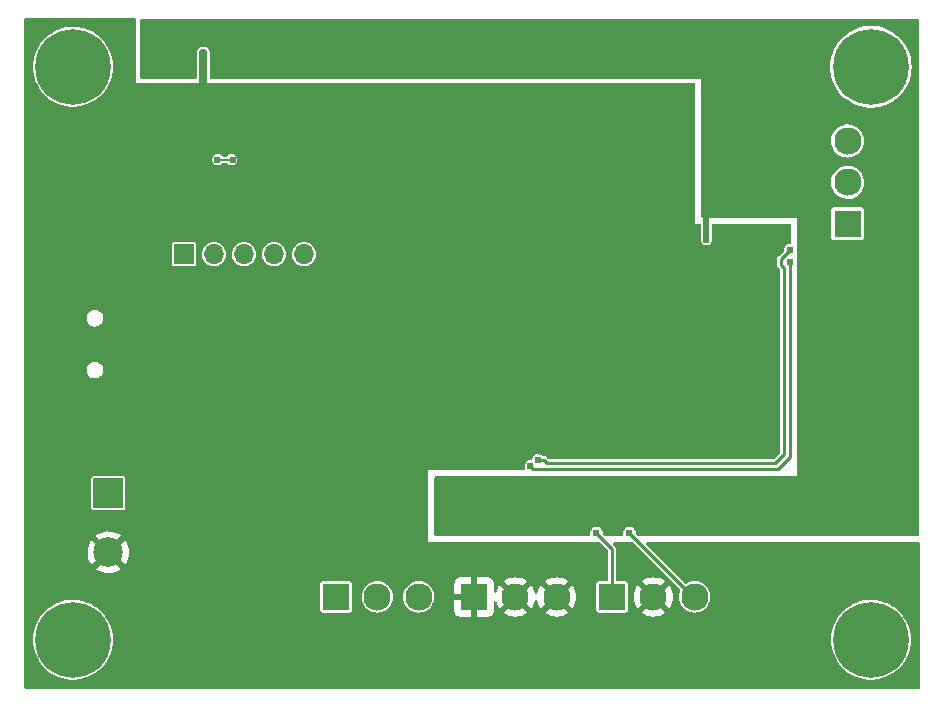
<source format=gbl>
G04 #@! TF.GenerationSoftware,KiCad,Pcbnew,6.0.2+dfsg-1*
G04 #@! TF.CreationDate,2023-03-16T12:58:22-06:00*
G04 #@! TF.ProjectId,ckt-soundplay,636b742d-736f-4756-9e64-706c61792e6b,rev?*
G04 #@! TF.SameCoordinates,Original*
G04 #@! TF.FileFunction,Copper,L2,Bot*
G04 #@! TF.FilePolarity,Positive*
%FSLAX46Y46*%
G04 Gerber Fmt 4.6, Leading zero omitted, Abs format (unit mm)*
G04 Created by KiCad (PCBNEW 6.0.2+dfsg-1) date 2023-03-16 12:58:22*
%MOMM*%
%LPD*%
G01*
G04 APERTURE LIST*
G04 #@! TA.AperFunction,ComponentPad*
%ADD10R,2.500000X2.500000*%
G04 #@! TD*
G04 #@! TA.AperFunction,ComponentPad*
%ADD11C,2.500000*%
G04 #@! TD*
G04 #@! TA.AperFunction,ComponentPad*
%ADD12R,2.300000X2.300000*%
G04 #@! TD*
G04 #@! TA.AperFunction,ComponentPad*
%ADD13C,2.300000*%
G04 #@! TD*
G04 #@! TA.AperFunction,ComponentPad*
%ADD14C,6.400000*%
G04 #@! TD*
G04 #@! TA.AperFunction,ComponentPad*
%ADD15R,1.700000X1.700000*%
G04 #@! TD*
G04 #@! TA.AperFunction,ComponentPad*
%ADD16O,1.700000X1.700000*%
G04 #@! TD*
G04 #@! TA.AperFunction,ViaPad*
%ADD17C,0.609600*%
G04 #@! TD*
G04 #@! TA.AperFunction,Conductor*
%ADD18C,0.635000*%
G04 #@! TD*
G04 #@! TA.AperFunction,Conductor*
%ADD19C,0.508000*%
G04 #@! TD*
G04 #@! TA.AperFunction,Conductor*
%ADD20C,0.254000*%
G04 #@! TD*
G04 #@! TA.AperFunction,Conductor*
%ADD21C,0.177800*%
G04 #@! TD*
G04 APERTURE END LIST*
D10*
X32720000Y-175046000D03*
D11*
X32720000Y-180046000D03*
D12*
X51999000Y-183827000D03*
D13*
X55499000Y-183827000D03*
X58999000Y-183827000D03*
D14*
X97282000Y-187452000D03*
X97282000Y-138938000D03*
D12*
X63683000Y-183827000D03*
D13*
X67183000Y-183827000D03*
X70683000Y-183827000D03*
D12*
X95308000Y-152217000D03*
D13*
X95308000Y-148717000D03*
X95308000Y-145217000D03*
D14*
X29718000Y-187452000D03*
X29718000Y-138938000D03*
D12*
X75367000Y-183827000D03*
D13*
X78867000Y-183827000D03*
X82367000Y-183827000D03*
D15*
X39116000Y-154813000D03*
D16*
X41656000Y-154813000D03*
X44196000Y-154813000D03*
X46736000Y-154813000D03*
X49276000Y-154813000D03*
D17*
X80645000Y-179832000D03*
X39497000Y-144780000D03*
X66040000Y-171069000D03*
X51054000Y-172847000D03*
X70231000Y-179832000D03*
X62230000Y-147574000D03*
X78105000Y-158242000D03*
X33401000Y-148844000D03*
X58166000Y-148717000D03*
X72009000Y-179832000D03*
X52832000Y-172847000D03*
X50038000Y-140843000D03*
X80772000Y-158369000D03*
X51435000Y-163576000D03*
X85559000Y-153924000D03*
X90043000Y-153162000D03*
X67056000Y-171069000D03*
X89027000Y-167640000D03*
X58166000Y-150114000D03*
X47371000Y-140843000D03*
X63500000Y-148717000D03*
X46482000Y-140843000D03*
X63373000Y-171069000D03*
X51943000Y-172847000D03*
X59436000Y-147574000D03*
X39751000Y-163576000D03*
X89027000Y-168402000D03*
X52197000Y-163576000D03*
X65151000Y-170815000D03*
X52324000Y-171831000D03*
X62230000Y-152781000D03*
X39497000Y-143891000D03*
X80772000Y-159893000D03*
X79756000Y-179832000D03*
X38608000Y-143002000D03*
X39497000Y-141224000D03*
X40386000Y-147955000D03*
X80772000Y-162560000D03*
X60833000Y-147574000D03*
X60833000Y-152781000D03*
X80772000Y-163322000D03*
X39497000Y-142113000D03*
X78613000Y-153289000D03*
X80772000Y-159131000D03*
X59436000Y-152781000D03*
X81534000Y-179832000D03*
X89281000Y-187071000D03*
X40767000Y-138684000D03*
X80772000Y-164084000D03*
X65151000Y-172593000D03*
X40767000Y-137795000D03*
X65151000Y-171704000D03*
X48260000Y-140843000D03*
X73533000Y-142494000D03*
X39497000Y-143002000D03*
X39624000Y-147955000D03*
X35201000Y-168778000D03*
X85559000Y-153156000D03*
X64262000Y-171069000D03*
X34163000Y-148844000D03*
X89281000Y-153416000D03*
X38989000Y-163576000D03*
X63500000Y-151511000D03*
X52324000Y-170815000D03*
X58166000Y-151511000D03*
X49149000Y-140843000D03*
X63500000Y-150114000D03*
X72771000Y-142494000D03*
X71120000Y-179832000D03*
X40386000Y-143002000D03*
X35201000Y-156078000D03*
X62103000Y-176149000D03*
X61087000Y-174371000D03*
X35814000Y-138811000D03*
X44958000Y-139573000D03*
X62103000Y-177927000D03*
X62103000Y-177038000D03*
X61087000Y-175260000D03*
X36703000Y-138811000D03*
X61087000Y-177927000D03*
X61087000Y-177038000D03*
X62103000Y-175260000D03*
X35814000Y-139573000D03*
X83359000Y-153578000D03*
X36703000Y-139573000D03*
X61087000Y-176149000D03*
X44958000Y-138811000D03*
X62103000Y-174371000D03*
X74041000Y-178435000D03*
X43307000Y-146812000D03*
X41910000Y-146812000D03*
X76835000Y-178435000D03*
X90424000Y-155448000D03*
X68453000Y-172720000D03*
X90424000Y-154432000D03*
X69088000Y-172212000D03*
D18*
X40767000Y-137795000D02*
X40767000Y-141859000D01*
D19*
X83359000Y-153578000D02*
X83359000Y-150495000D01*
D20*
X75367000Y-179761000D02*
X75367000Y-183827000D01*
X74041000Y-178435000D02*
X75367000Y-179761000D01*
D21*
X41910000Y-146812000D02*
X43307000Y-146812000D01*
D20*
X76835000Y-178435000D02*
X82227000Y-183827000D01*
X82227000Y-183827000D02*
X82367000Y-183827000D01*
X68707000Y-172974000D02*
X68453000Y-172720000D01*
X89408000Y-172974000D02*
X68707000Y-172974000D01*
X90424000Y-155448000D02*
X90424000Y-171958000D01*
X90424000Y-171958000D02*
X89408000Y-172974000D01*
X69850000Y-172466000D02*
X69596000Y-172212000D01*
X69596000Y-172212000D02*
X69088000Y-172212000D01*
X90424000Y-154432000D02*
X89662000Y-155194000D01*
X89662000Y-155194000D02*
X89662000Y-155727160D01*
X89916000Y-171704000D02*
X89154000Y-172466000D01*
X89154000Y-172466000D02*
X69850000Y-172466000D01*
X89662000Y-155727160D02*
X89916000Y-155981160D01*
X89916000Y-155981160D02*
X89916000Y-171704000D01*
G04 #@! TA.AperFunction,Conductor*
G36*
X101288121Y-134894002D02*
G01*
X101334614Y-134947658D01*
X101346000Y-135000000D01*
X101346000Y-178563000D01*
X101325998Y-178631121D01*
X101272342Y-178677614D01*
X101220000Y-178689000D01*
X77680713Y-178689000D01*
X77612592Y-178668998D01*
X77591618Y-178652095D01*
X77433100Y-178493577D01*
X77399074Y-178431265D01*
X77397273Y-178420928D01*
X77380982Y-178297179D01*
X77380981Y-178297177D01*
X77379904Y-178288993D01*
X77323547Y-178152937D01*
X77233897Y-178036103D01*
X77117063Y-177946453D01*
X76981007Y-177890096D01*
X76972823Y-177889019D01*
X76972821Y-177889018D01*
X76843188Y-177871952D01*
X76835000Y-177870874D01*
X76826812Y-177871952D01*
X76697179Y-177889018D01*
X76697177Y-177889019D01*
X76688993Y-177890096D01*
X76552937Y-177946453D01*
X76436103Y-178036103D01*
X76346453Y-178152937D01*
X76290096Y-178288993D01*
X76270874Y-178435000D01*
X76271952Y-178443188D01*
X76285560Y-178546554D01*
X76274620Y-178616703D01*
X76227492Y-178669801D01*
X76160638Y-178689000D01*
X74886713Y-178689000D01*
X74818592Y-178668998D01*
X74797618Y-178652095D01*
X74639100Y-178493577D01*
X74605074Y-178431265D01*
X74603273Y-178420928D01*
X74586982Y-178297179D01*
X74586981Y-178297177D01*
X74585904Y-178288993D01*
X74529547Y-178152937D01*
X74439897Y-178036103D01*
X74323063Y-177946453D01*
X74187007Y-177890096D01*
X74178823Y-177889019D01*
X74178821Y-177889018D01*
X74049188Y-177871952D01*
X74041000Y-177870874D01*
X74032812Y-177871952D01*
X73903179Y-177889018D01*
X73903177Y-177889019D01*
X73894993Y-177890096D01*
X73758937Y-177946453D01*
X73642103Y-178036103D01*
X73552453Y-178152937D01*
X73496096Y-178288993D01*
X73476874Y-178435000D01*
X73477952Y-178443188D01*
X73491560Y-178546554D01*
X73480620Y-178616703D01*
X73433492Y-178669801D01*
X73366638Y-178689000D01*
X60451000Y-178689000D01*
X60382879Y-178668998D01*
X60336386Y-178615342D01*
X60325000Y-178563000D01*
X60325000Y-173735000D01*
X60345002Y-173666879D01*
X60398658Y-173620386D01*
X60451000Y-173609000D01*
X91059000Y-173609000D01*
X91059000Y-151765000D01*
X83057000Y-151765000D01*
X82988879Y-151744998D01*
X82942386Y-151691342D01*
X82931000Y-151639000D01*
X82931000Y-151041933D01*
X93903500Y-151041933D01*
X93903501Y-153392066D01*
X93910612Y-153427818D01*
X93912650Y-153438063D01*
X93918266Y-153466301D01*
X93974516Y-153550484D01*
X94058699Y-153606734D01*
X94132933Y-153621500D01*
X95307810Y-153621500D01*
X96483066Y-153621499D01*
X96518818Y-153614388D01*
X96545126Y-153609156D01*
X96545128Y-153609155D01*
X96557301Y-153606734D01*
X96567621Y-153599839D01*
X96567622Y-153599838D01*
X96631168Y-153557377D01*
X96641484Y-153550484D01*
X96697734Y-153466301D01*
X96712500Y-153392067D01*
X96712499Y-151041934D01*
X96697734Y-150967699D01*
X96641484Y-150883516D01*
X96557301Y-150827266D01*
X96483067Y-150812500D01*
X95308190Y-150812500D01*
X94132934Y-150812501D01*
X94097182Y-150819612D01*
X94070874Y-150824844D01*
X94070872Y-150824845D01*
X94058699Y-150827266D01*
X94048379Y-150834161D01*
X94048378Y-150834162D01*
X93987985Y-150874516D01*
X93974516Y-150883516D01*
X93918266Y-150967699D01*
X93903500Y-151041933D01*
X82931000Y-151041933D01*
X82931000Y-148682567D01*
X93899107Y-148682567D01*
X93899404Y-148687720D01*
X93899404Y-148687723D01*
X93912103Y-148907971D01*
X93912401Y-148913139D01*
X93913538Y-148918185D01*
X93913539Y-148918191D01*
X93931765Y-148999063D01*
X93963176Y-149138442D01*
X94050066Y-149352428D01*
X94170740Y-149549349D01*
X94321955Y-149723916D01*
X94499651Y-149871442D01*
X94504103Y-149874044D01*
X94504108Y-149874047D01*
X94664878Y-149967993D01*
X94699056Y-149987965D01*
X94914814Y-150070355D01*
X94919880Y-150071386D01*
X94919881Y-150071386D01*
X94972674Y-150082127D01*
X95141132Y-150116400D01*
X95271323Y-150121174D01*
X95366767Y-150124674D01*
X95366771Y-150124674D01*
X95371931Y-150124863D01*
X95377051Y-150124207D01*
X95377053Y-150124207D01*
X95456730Y-150114000D01*
X95601013Y-150095517D01*
X95605961Y-150094032D01*
X95605968Y-150094031D01*
X95817276Y-150030635D01*
X95817275Y-150030635D01*
X95822226Y-150029150D01*
X96029629Y-149927544D01*
X96033834Y-149924544D01*
X96033840Y-149924541D01*
X96213449Y-149796427D01*
X96213451Y-149796425D01*
X96217653Y-149793428D01*
X96381247Y-149630404D01*
X96516018Y-149442850D01*
X96618347Y-149235803D01*
X96633397Y-149186267D01*
X96683982Y-149019775D01*
X96683983Y-149019769D01*
X96685486Y-149014823D01*
X96715631Y-148785845D01*
X96717314Y-148717000D01*
X96698390Y-148486822D01*
X96642126Y-148262826D01*
X96550033Y-148051028D01*
X96424585Y-147857114D01*
X96269150Y-147686293D01*
X96195068Y-147627786D01*
X96091956Y-147546353D01*
X96091951Y-147546350D01*
X96087902Y-147543152D01*
X96083386Y-147540659D01*
X96083383Y-147540657D01*
X95890234Y-147434033D01*
X95890230Y-147434031D01*
X95885710Y-147431536D01*
X95880841Y-147429812D01*
X95880837Y-147429810D01*
X95672878Y-147356168D01*
X95672874Y-147356167D01*
X95668003Y-147354442D01*
X95662913Y-147353535D01*
X95662908Y-147353534D01*
X95539550Y-147331561D01*
X95440628Y-147313941D01*
X95354124Y-147312884D01*
X95214861Y-147311182D01*
X95214859Y-147311182D01*
X95209691Y-147311119D01*
X94981394Y-147346053D01*
X94761869Y-147417805D01*
X94557010Y-147524448D01*
X94552877Y-147527551D01*
X94552874Y-147527553D01*
X94376454Y-147660013D01*
X94372319Y-147663118D01*
X94212757Y-147830090D01*
X94082609Y-148020881D01*
X94080435Y-148025565D01*
X94080433Y-148025568D01*
X94021340Y-148152874D01*
X93985369Y-148230366D01*
X93923649Y-148452921D01*
X93899107Y-148682567D01*
X82931000Y-148682567D01*
X82931000Y-145182567D01*
X93899107Y-145182567D01*
X93899404Y-145187720D01*
X93899404Y-145187723D01*
X93905253Y-145289167D01*
X93912401Y-145413139D01*
X93913538Y-145418185D01*
X93913539Y-145418191D01*
X93934161Y-145509694D01*
X93963176Y-145638442D01*
X94050066Y-145852428D01*
X94170740Y-146049349D01*
X94321955Y-146223916D01*
X94499651Y-146371442D01*
X94504103Y-146374044D01*
X94504108Y-146374047D01*
X94665917Y-146468600D01*
X94699056Y-146487965D01*
X94914814Y-146570355D01*
X94919880Y-146571386D01*
X94919881Y-146571386D01*
X94972674Y-146582127D01*
X95141132Y-146616400D01*
X95271323Y-146621174D01*
X95366767Y-146624674D01*
X95366771Y-146624674D01*
X95371931Y-146624863D01*
X95377051Y-146624207D01*
X95377053Y-146624207D01*
X95448088Y-146615107D01*
X95601013Y-146595517D01*
X95605961Y-146594032D01*
X95605968Y-146594031D01*
X95817276Y-146530635D01*
X95817275Y-146530635D01*
X95822226Y-146529150D01*
X96029629Y-146427544D01*
X96033834Y-146424544D01*
X96033840Y-146424541D01*
X96213449Y-146296427D01*
X96213451Y-146296425D01*
X96217653Y-146293428D01*
X96381247Y-146130404D01*
X96516018Y-145942850D01*
X96618347Y-145735803D01*
X96633397Y-145686267D01*
X96683982Y-145519775D01*
X96683983Y-145519769D01*
X96685486Y-145514823D01*
X96715631Y-145285845D01*
X96717314Y-145217000D01*
X96698390Y-144986822D01*
X96642126Y-144762826D01*
X96550033Y-144551028D01*
X96424585Y-144357114D01*
X96269150Y-144186293D01*
X96195068Y-144127786D01*
X96091956Y-144046353D01*
X96091951Y-144046350D01*
X96087902Y-144043152D01*
X96083386Y-144040659D01*
X96083383Y-144040657D01*
X95890234Y-143934033D01*
X95890230Y-143934031D01*
X95885710Y-143931536D01*
X95880841Y-143929812D01*
X95880837Y-143929810D01*
X95672878Y-143856168D01*
X95672874Y-143856167D01*
X95668003Y-143854442D01*
X95662913Y-143853535D01*
X95662908Y-143853534D01*
X95539550Y-143831561D01*
X95440628Y-143813941D01*
X95354124Y-143812884D01*
X95214861Y-143811182D01*
X95214859Y-143811182D01*
X95209691Y-143811119D01*
X94981394Y-143846053D01*
X94761869Y-143917805D01*
X94557010Y-144024448D01*
X94552877Y-144027551D01*
X94552874Y-144027553D01*
X94527835Y-144046353D01*
X94372319Y-144163118D01*
X94212757Y-144330090D01*
X94082609Y-144520881D01*
X93985369Y-144730366D01*
X93923649Y-144952921D01*
X93899107Y-145182567D01*
X82931000Y-145182567D01*
X82931000Y-139954000D01*
X41465000Y-139954000D01*
X41396879Y-139933998D01*
X41350386Y-139880342D01*
X41339000Y-139828000D01*
X41339000Y-138925924D01*
X93822447Y-138925924D01*
X93841378Y-139299624D01*
X93900557Y-139669094D01*
X93999293Y-140030011D01*
X94136430Y-140378154D01*
X94310365Y-140709450D01*
X94312262Y-140712274D01*
X94312265Y-140712278D01*
X94388080Y-140825103D01*
X94519061Y-141020024D01*
X94521256Y-141022630D01*
X94521260Y-141022636D01*
X94607512Y-141125063D01*
X94760079Y-141306241D01*
X95030598Y-141564755D01*
X95327455Y-141792541D01*
X95647176Y-141986935D01*
X95986021Y-142145661D01*
X95989239Y-142146763D01*
X95989242Y-142146764D01*
X96336803Y-142265761D01*
X96336811Y-142265763D01*
X96340026Y-142266864D01*
X96705051Y-142349126D01*
X96788562Y-142358641D01*
X97073442Y-142391100D01*
X97073450Y-142391100D01*
X97076825Y-142391485D01*
X97080229Y-142391503D01*
X97080232Y-142391503D01*
X97283556Y-142392567D01*
X97450999Y-142393444D01*
X97454385Y-142393094D01*
X97454387Y-142393094D01*
X97819805Y-142355332D01*
X97819814Y-142355331D01*
X97823197Y-142354981D01*
X97826530Y-142354267D01*
X97826533Y-142354266D01*
X98006820Y-142315616D01*
X98189063Y-142276546D01*
X98544318Y-142159056D01*
X98884807Y-142003887D01*
X99009459Y-141929874D01*
X99203601Y-141814601D01*
X99203606Y-141814598D01*
X99206546Y-141812852D01*
X99236354Y-141790472D01*
X99398804Y-141668500D01*
X99505771Y-141588187D01*
X99778983Y-141332521D01*
X100022985Y-141048842D01*
X100044737Y-141017192D01*
X100232992Y-140743280D01*
X100232997Y-140743273D01*
X100234922Y-140740471D01*
X100236534Y-140737477D01*
X100236539Y-140737469D01*
X100410694Y-140414027D01*
X100412316Y-140411015D01*
X100553091Y-140064327D01*
X100584519Y-139954000D01*
X100605501Y-139880342D01*
X100655601Y-139704463D01*
X100718647Y-139335634D01*
X100720850Y-139299624D01*
X100741380Y-138963948D01*
X100741490Y-138962152D01*
X100741574Y-138938000D01*
X100721339Y-138564368D01*
X100660870Y-138195107D01*
X100560875Y-137834537D01*
X100557627Y-137826373D01*
X100423783Y-137490039D01*
X100423779Y-137490031D01*
X100422523Y-137486874D01*
X100247434Y-137156188D01*
X100245534Y-137153382D01*
X100245530Y-137153375D01*
X100039561Y-136849162D01*
X100037654Y-136846345D01*
X99795639Y-136560970D01*
X99524219Y-136303402D01*
X99521512Y-136301340D01*
X99521504Y-136301333D01*
X99229281Y-136078720D01*
X99226569Y-136076654D01*
X98906172Y-135883377D01*
X98903082Y-135881943D01*
X98903077Y-135881940D01*
X98569871Y-135727272D01*
X98569869Y-135727271D01*
X98566775Y-135725835D01*
X98563540Y-135724740D01*
X98563535Y-135724738D01*
X98215583Y-135606963D01*
X98212348Y-135605868D01*
X97847038Y-135524881D01*
X97714294Y-135510226D01*
X97478500Y-135484193D01*
X97478495Y-135484193D01*
X97475119Y-135483820D01*
X97471720Y-135483814D01*
X97471719Y-135483814D01*
X97294987Y-135483506D01*
X97100940Y-135483167D01*
X96962079Y-135498007D01*
X96732263Y-135522567D01*
X96732257Y-135522568D01*
X96728879Y-135522929D01*
X96363289Y-135602641D01*
X96008446Y-135721369D01*
X95668501Y-135877727D01*
X95665567Y-135879483D01*
X95665565Y-135879484D01*
X95656110Y-135885143D01*
X95347431Y-136069883D01*
X95048991Y-136295591D01*
X95046509Y-136297930D01*
X95046503Y-136297935D01*
X95040702Y-136303402D01*
X94776674Y-136552210D01*
X94533664Y-136836738D01*
X94531736Y-136839565D01*
X94531734Y-136839567D01*
X94527111Y-136846345D01*
X94322804Y-137145847D01*
X94146561Y-137475921D01*
X94145288Y-137479089D01*
X94145287Y-137479090D01*
X94035007Y-137753422D01*
X94006997Y-137823098D01*
X93905744Y-138183317D01*
X93843986Y-138552365D01*
X93822447Y-138925924D01*
X41339000Y-138925924D01*
X41339000Y-137757508D01*
X41324277Y-137645678D01*
X41266641Y-137506532D01*
X41174955Y-137387045D01*
X41055468Y-137295359D01*
X40916322Y-137237723D01*
X40767000Y-137218064D01*
X40617678Y-137237723D01*
X40478532Y-137295359D01*
X40359045Y-137387045D01*
X40267359Y-137506532D01*
X40209723Y-137645678D01*
X40195000Y-137757508D01*
X40195000Y-139828000D01*
X40174998Y-139896121D01*
X40121342Y-139942614D01*
X40069000Y-139954000D01*
X35559000Y-139954000D01*
X35490879Y-139933998D01*
X35444386Y-139880342D01*
X35433000Y-139828000D01*
X35433000Y-135000000D01*
X35453002Y-134931879D01*
X35506658Y-134885386D01*
X35559000Y-134874000D01*
X101220000Y-134874000D01*
X101288121Y-134894002D01*
G37*
G04 #@! TD.AperFunction*
G04 #@! TA.AperFunction,Conductor*
G36*
X34994121Y-134817802D02*
G01*
X35040614Y-134871458D01*
X35052000Y-134923800D01*
X35052000Y-140335000D01*
X82297000Y-140335000D01*
X82365121Y-140355002D01*
X82411614Y-140408658D01*
X82423000Y-140461000D01*
X82423000Y-152273000D01*
X82800700Y-152273000D01*
X82868821Y-152293002D01*
X82915314Y-152346658D01*
X82926700Y-152399000D01*
X82926700Y-153333837D01*
X82914755Y-153387386D01*
X82892258Y-153435303D01*
X82890878Y-153444168D01*
X82890877Y-153444170D01*
X82876742Y-153534955D01*
X82870968Y-153572037D01*
X82872132Y-153580939D01*
X82872132Y-153580942D01*
X82887746Y-153700346D01*
X82887747Y-153700350D01*
X82888911Y-153709251D01*
X82944644Y-153835914D01*
X83033687Y-153941843D01*
X83041158Y-153946816D01*
X83041159Y-153946817D01*
X83048391Y-153951631D01*
X83148881Y-154018523D01*
X83242290Y-154047706D01*
X83272398Y-154057113D01*
X83272399Y-154057113D01*
X83280967Y-154059790D01*
X83346599Y-154060992D01*
X83410348Y-154062161D01*
X83410351Y-154062161D01*
X83419326Y-154062325D01*
X83427989Y-154059963D01*
X83427991Y-154059963D01*
X83544171Y-154028289D01*
X83552835Y-154025927D01*
X83670762Y-153953519D01*
X83763627Y-153850924D01*
X83823964Y-153726389D01*
X83846922Y-153589925D01*
X83847068Y-153578000D01*
X83844944Y-153563165D01*
X83828723Y-153449903D01*
X83828722Y-153449901D01*
X83827450Y-153441016D01*
X83802599Y-153386359D01*
X83791300Y-153334208D01*
X83791300Y-152399000D01*
X83811302Y-152330879D01*
X83864958Y-152284386D01*
X83917300Y-152273000D01*
X90425000Y-152273000D01*
X90493121Y-152293002D01*
X90539614Y-152346658D01*
X90551000Y-152399000D01*
X90551000Y-153822856D01*
X90530998Y-153890977D01*
X90477342Y-153937470D01*
X90424231Y-153948854D01*
X90357762Y-153948448D01*
X90349131Y-153950915D01*
X90349129Y-153950915D01*
X90233341Y-153984007D01*
X90233338Y-153984008D01*
X90224707Y-153986475D01*
X90107673Y-154060318D01*
X90016069Y-154164040D01*
X90012255Y-154172163D01*
X90012254Y-154172165D01*
X89985461Y-154229233D01*
X89957258Y-154289303D01*
X89955878Y-154298168D01*
X89955877Y-154298170D01*
X89937349Y-154417164D01*
X89937349Y-154417168D01*
X89935968Y-154426037D01*
X89937133Y-154434943D01*
X89937114Y-154436464D01*
X89916282Y-154504336D01*
X89900218Y-154524022D01*
X89483800Y-154940440D01*
X89481655Y-154942291D01*
X89476820Y-154944655D01*
X89468908Y-154953184D01*
X89468907Y-154953185D01*
X89442978Y-154981137D01*
X89439698Y-154984542D01*
X89426043Y-154998197D01*
X89423286Y-155002216D01*
X89420834Y-155005008D01*
X89407384Y-155019507D01*
X89407382Y-155019510D01*
X89399472Y-155028037D01*
X89395162Y-155038839D01*
X89392932Y-155042367D01*
X89386316Y-155054760D01*
X89384627Y-155058572D01*
X89378044Y-155068168D01*
X89375358Y-155079487D01*
X89372226Y-155092683D01*
X89366663Y-155110270D01*
X89357327Y-155133673D01*
X89356700Y-155140068D01*
X89356700Y-155143364D01*
X89356682Y-155143517D01*
X89356550Y-155146220D01*
X89356367Y-155146211D01*
X89354897Y-155158768D01*
X89354470Y-155167507D01*
X89351783Y-155178828D01*
X89353352Y-155190357D01*
X89353352Y-155190358D01*
X89355549Y-155206500D01*
X89356700Y-155223491D01*
X89356700Y-155673870D01*
X89356493Y-155676695D01*
X89354744Y-155681788D01*
X89356213Y-155720924D01*
X89356611Y-155731516D01*
X89356700Y-155736243D01*
X89356700Y-155755553D01*
X89357592Y-155760340D01*
X89357833Y-155764058D01*
X89359011Y-155795442D01*
X89363605Y-155806134D01*
X89364525Y-155810219D01*
X89368601Y-155823635D01*
X89370106Y-155827534D01*
X89372236Y-155838971D01*
X89385453Y-155860413D01*
X89393961Y-155876792D01*
X89400393Y-155891764D01*
X89400396Y-155891768D01*
X89403906Y-155899939D01*
X89407985Y-155904904D01*
X89410311Y-155907230D01*
X89410402Y-155907345D01*
X89412223Y-155909353D01*
X89412087Y-155909476D01*
X89419940Y-155919410D01*
X89425810Y-155925883D01*
X89431915Y-155935788D01*
X89454158Y-155952702D01*
X89466977Y-155963896D01*
X89573795Y-156070714D01*
X89607821Y-156133026D01*
X89610700Y-156159809D01*
X89610700Y-171525350D01*
X89590698Y-171593471D01*
X89573795Y-171614445D01*
X89064445Y-172123795D01*
X89002133Y-172157821D01*
X88975350Y-172160700D01*
X70028650Y-172160700D01*
X69960529Y-172140698D01*
X69939554Y-172123795D01*
X69899592Y-172083832D01*
X69849556Y-172033796D01*
X69847709Y-172031656D01*
X69845345Y-172026820D01*
X69836190Y-172018327D01*
X69808863Y-171992978D01*
X69805458Y-171989698D01*
X69791803Y-171976043D01*
X69787784Y-171973286D01*
X69784992Y-171970834D01*
X69770493Y-171957384D01*
X69770490Y-171957382D01*
X69761963Y-171949472D01*
X69751161Y-171945162D01*
X69747633Y-171942932D01*
X69735240Y-171936316D01*
X69731428Y-171934627D01*
X69721832Y-171928044D01*
X69697317Y-171922226D01*
X69679730Y-171916663D01*
X69656327Y-171907327D01*
X69649932Y-171906700D01*
X69646636Y-171906700D01*
X69646483Y-171906682D01*
X69643780Y-171906550D01*
X69643789Y-171906367D01*
X69631232Y-171904897D01*
X69622493Y-171904470D01*
X69611172Y-171901783D01*
X69599643Y-171903352D01*
X69599642Y-171903352D01*
X69583500Y-171905549D01*
X69566509Y-171906700D01*
X69520443Y-171906700D01*
X69452322Y-171886698D01*
X69424991Y-171862949D01*
X69414704Y-171851011D01*
X69414705Y-171851011D01*
X69408844Y-171844210D01*
X69292721Y-171768943D01*
X69284119Y-171766371D01*
X69284116Y-171766369D01*
X69168744Y-171731866D01*
X69168745Y-171731866D01*
X69160141Y-171729293D01*
X69151165Y-171729238D01*
X69151164Y-171729238D01*
X69091941Y-171728877D01*
X69021762Y-171728448D01*
X69013131Y-171730915D01*
X69013129Y-171730915D01*
X68897341Y-171764007D01*
X68897338Y-171764008D01*
X68888707Y-171766475D01*
X68771673Y-171840318D01*
X68680069Y-171944040D01*
X68676255Y-171952163D01*
X68676254Y-171952165D01*
X68656663Y-171993892D01*
X68621258Y-172069303D01*
X68619878Y-172078168D01*
X68619877Y-172078170D01*
X68611738Y-172130444D01*
X68581493Y-172194677D01*
X68521324Y-172232361D01*
X68486469Y-172237057D01*
X68386762Y-172236448D01*
X68378131Y-172238915D01*
X68378129Y-172238915D01*
X68262341Y-172272007D01*
X68262338Y-172272008D01*
X68253707Y-172274475D01*
X68136673Y-172348318D01*
X68045069Y-172452040D01*
X67986258Y-172577303D01*
X67984878Y-172586168D01*
X67984877Y-172586170D01*
X67975598Y-172645769D01*
X67964968Y-172714037D01*
X67966132Y-172722939D01*
X67966132Y-172722942D01*
X67981746Y-172842346D01*
X67981747Y-172842350D01*
X67982911Y-172851251D01*
X67986528Y-172859471D01*
X68015033Y-172924254D01*
X68024161Y-172994662D01*
X67993774Y-173058827D01*
X67933520Y-173096377D01*
X67899704Y-173101000D01*
X59817000Y-173101000D01*
X59817000Y-179197000D01*
X74319051Y-179197000D01*
X74387172Y-179217002D01*
X74408146Y-179233905D01*
X75024795Y-179850554D01*
X75058821Y-179912866D01*
X75061700Y-179939649D01*
X75061700Y-182372701D01*
X75041698Y-182440822D01*
X74988042Y-182487315D01*
X74935700Y-182498701D01*
X74199440Y-182498701D01*
X74147431Y-182509045D01*
X74088453Y-182548453D01*
X74049045Y-182607431D01*
X74038700Y-182659439D01*
X74038701Y-184994560D01*
X74049045Y-185046569D01*
X74055940Y-185056888D01*
X74055941Y-185056890D01*
X74072308Y-185081385D01*
X74088453Y-185105547D01*
X74147431Y-185144955D01*
X74199439Y-185155300D01*
X75366622Y-185155300D01*
X76534560Y-185155299D01*
X76586569Y-185144955D01*
X76612838Y-185127403D01*
X76635231Y-185112440D01*
X76645547Y-185105547D01*
X76684955Y-185046569D01*
X76695300Y-184994561D01*
X76695300Y-183831930D01*
X77204261Y-183831930D01*
X77223961Y-184082236D01*
X77225504Y-184091983D01*
X77284117Y-184336123D01*
X77287166Y-184345508D01*
X77383248Y-184577470D01*
X77387729Y-184586264D01*
X77517404Y-184797875D01*
X77526670Y-184803922D01*
X77536875Y-184797915D01*
X78494978Y-183839812D01*
X78501356Y-183828132D01*
X79231408Y-183828132D01*
X79231539Y-183829965D01*
X79235790Y-183836580D01*
X80195666Y-184796456D01*
X80209204Y-184803849D01*
X80215735Y-184799280D01*
X80346271Y-184586264D01*
X80350752Y-184577470D01*
X80446834Y-184345508D01*
X80449883Y-184336123D01*
X80508496Y-184091983D01*
X80510039Y-184082236D01*
X80529739Y-183831930D01*
X80529739Y-183822070D01*
X80510039Y-183571764D01*
X80508496Y-183562017D01*
X80449883Y-183317877D01*
X80446834Y-183308492D01*
X80350752Y-183076530D01*
X80346271Y-183067736D01*
X80216596Y-182856125D01*
X80207330Y-182850078D01*
X80197125Y-182856085D01*
X79239022Y-183814188D01*
X79231408Y-183828132D01*
X78501356Y-183828132D01*
X78502592Y-183825868D01*
X78502461Y-183824035D01*
X78498210Y-183817420D01*
X77538334Y-182857544D01*
X77524796Y-182850151D01*
X77518265Y-182854720D01*
X77387729Y-183067736D01*
X77383248Y-183076530D01*
X77287166Y-183308492D01*
X77284117Y-183317877D01*
X77225504Y-183562017D01*
X77223961Y-183571764D01*
X77204261Y-183822070D01*
X77204261Y-183831930D01*
X76695300Y-183831930D01*
X76695299Y-182659440D01*
X76684955Y-182607431D01*
X76662643Y-182574038D01*
X76652440Y-182558769D01*
X76645547Y-182548453D01*
X76586569Y-182509045D01*
X76534561Y-182498700D01*
X75798300Y-182498700D01*
X75757329Y-182486670D01*
X77890078Y-182486670D01*
X77896085Y-182496875D01*
X78854188Y-183454978D01*
X78868132Y-183462592D01*
X78869965Y-183462461D01*
X78876580Y-183458210D01*
X79836456Y-182498334D01*
X79843849Y-182484796D01*
X79839280Y-182478265D01*
X79626264Y-182347729D01*
X79617470Y-182343248D01*
X79385508Y-182247166D01*
X79376123Y-182244117D01*
X79131983Y-182185504D01*
X79122236Y-182183961D01*
X78871930Y-182164261D01*
X78862070Y-182164261D01*
X78611764Y-182183961D01*
X78602017Y-182185504D01*
X78357877Y-182244117D01*
X78348492Y-182247166D01*
X78116530Y-182343248D01*
X78107736Y-182347729D01*
X77896125Y-182477404D01*
X77890078Y-182486670D01*
X75757329Y-182486670D01*
X75730179Y-182478698D01*
X75683686Y-182425042D01*
X75672300Y-182372700D01*
X75672300Y-179814281D01*
X75672507Y-179811462D01*
X75674255Y-179806371D01*
X75673644Y-179790074D01*
X75672389Y-179756658D01*
X75672300Y-179751932D01*
X75672300Y-179732607D01*
X75671409Y-179727821D01*
X75671167Y-179724092D01*
X75670425Y-179704342D01*
X75669989Y-179692718D01*
X75665397Y-179682029D01*
X75664478Y-179677952D01*
X75660399Y-179664525D01*
X75658894Y-179660626D01*
X75656764Y-179649189D01*
X75643547Y-179627747D01*
X75635039Y-179611368D01*
X75628607Y-179596396D01*
X75628604Y-179596392D01*
X75625094Y-179588221D01*
X75621015Y-179583256D01*
X75618689Y-179580930D01*
X75618598Y-179580815D01*
X75616777Y-179578807D01*
X75616913Y-179578684D01*
X75609060Y-179568750D01*
X75603190Y-179562277D01*
X75597085Y-179552372D01*
X75574842Y-179535458D01*
X75562023Y-179524264D01*
X75449854Y-179412095D01*
X75415828Y-179349783D01*
X75420893Y-179278968D01*
X75463440Y-179222132D01*
X75529960Y-179197321D01*
X75538949Y-179197000D01*
X77113051Y-179197000D01*
X77181172Y-179217002D01*
X77202146Y-179233905D01*
X81123257Y-183155016D01*
X81157283Y-183217328D01*
X81152218Y-183288143D01*
X81148357Y-183297361D01*
X81116361Y-183365976D01*
X81116361Y-183365977D01*
X81114038Y-183370959D01*
X81112616Y-183376267D01*
X81112615Y-183376269D01*
X81055307Y-183590147D01*
X81053883Y-183595462D01*
X81033626Y-183827000D01*
X81053883Y-184058538D01*
X81055307Y-184063851D01*
X81055307Y-184063853D01*
X81090011Y-184193369D01*
X81114038Y-184283041D01*
X81116360Y-184288022D01*
X81116361Y-184288023D01*
X81209938Y-184488700D01*
X81209941Y-184488705D01*
X81212264Y-184493687D01*
X81215420Y-184498194D01*
X81215421Y-184498196D01*
X81323124Y-184652011D01*
X81345576Y-184684076D01*
X81509924Y-184848424D01*
X81514432Y-184851581D01*
X81514435Y-184851583D01*
X81545660Y-184873447D01*
X81700313Y-184981736D01*
X81705295Y-184984059D01*
X81705300Y-184984062D01*
X81861481Y-185056890D01*
X81910959Y-185079962D01*
X81916267Y-185081384D01*
X81916269Y-185081385D01*
X82130147Y-185138693D01*
X82130149Y-185138693D01*
X82135462Y-185140117D01*
X82367000Y-185160374D01*
X82598538Y-185140117D01*
X82603851Y-185138693D01*
X82603853Y-185138693D01*
X82817731Y-185081385D01*
X82817733Y-185081384D01*
X82823041Y-185079962D01*
X82872519Y-185056890D01*
X83028700Y-184984062D01*
X83028705Y-184984059D01*
X83033687Y-184981736D01*
X83188340Y-184873447D01*
X83219565Y-184851583D01*
X83219568Y-184851581D01*
X83224076Y-184848424D01*
X83388424Y-184684076D01*
X83410877Y-184652011D01*
X83518579Y-184498196D01*
X83518580Y-184498194D01*
X83521736Y-184493687D01*
X83524059Y-184488705D01*
X83524062Y-184488700D01*
X83617639Y-184288023D01*
X83617640Y-184288022D01*
X83619962Y-184283041D01*
X83643990Y-184193369D01*
X83678693Y-184063853D01*
X83678693Y-184063851D01*
X83680117Y-184058538D01*
X83700374Y-183827000D01*
X83680117Y-183595462D01*
X83678693Y-183590147D01*
X83621385Y-183376269D01*
X83621384Y-183376267D01*
X83619962Y-183370959D01*
X83617639Y-183365977D01*
X83524062Y-183165300D01*
X83524059Y-183165295D01*
X83521736Y-183160313D01*
X83518027Y-183155016D01*
X83391583Y-182974435D01*
X83391581Y-182974432D01*
X83388424Y-182969924D01*
X83224076Y-182805576D01*
X83219568Y-182802419D01*
X83219565Y-182802417D01*
X83038196Y-182675421D01*
X83038194Y-182675420D01*
X83033687Y-182672264D01*
X83028705Y-182669941D01*
X83028700Y-182669938D01*
X82828023Y-182576361D01*
X82828022Y-182576360D01*
X82823041Y-182574038D01*
X82817733Y-182572616D01*
X82817731Y-182572615D01*
X82603853Y-182515307D01*
X82603851Y-182515307D01*
X82598538Y-182513883D01*
X82367000Y-182493626D01*
X82135462Y-182513883D01*
X82130149Y-182515307D01*
X82130147Y-182515307D01*
X81916269Y-182572615D01*
X81916267Y-182572616D01*
X81910959Y-182574038D01*
X81905978Y-182576360D01*
X81905977Y-182576361D01*
X81705300Y-182669938D01*
X81705295Y-182669941D01*
X81700313Y-182672264D01*
X81671469Y-182692461D01*
X81604195Y-182715149D01*
X81535335Y-182697864D01*
X81510103Y-182678343D01*
X78243855Y-179412095D01*
X78209829Y-179349783D01*
X78214894Y-179278968D01*
X78257441Y-179222132D01*
X78323961Y-179197321D01*
X78332950Y-179197000D01*
X101296200Y-179197000D01*
X101364321Y-179217002D01*
X101410814Y-179270658D01*
X101422200Y-179323000D01*
X101422200Y-191466200D01*
X101402198Y-191534321D01*
X101348542Y-191580814D01*
X101296200Y-191592200D01*
X25703800Y-191592200D01*
X25635679Y-191572198D01*
X25589186Y-191518542D01*
X25577800Y-191466200D01*
X25577800Y-187440190D01*
X26334759Y-187440190D01*
X26353272Y-187805647D01*
X26353809Y-187809002D01*
X26353810Y-187809008D01*
X26359449Y-187844213D01*
X26411146Y-188166967D01*
X26507704Y-188519923D01*
X26641816Y-188860387D01*
X26643399Y-188863402D01*
X26810330Y-189181359D01*
X26810335Y-189181367D01*
X26811914Y-189184375D01*
X26813808Y-189187193D01*
X26813813Y-189187202D01*
X26834187Y-189217521D01*
X27016007Y-189488098D01*
X27251708Y-189768002D01*
X27379733Y-189890346D01*
X27513797Y-190018461D01*
X27513804Y-190018467D01*
X27516260Y-190020814D01*
X27806569Y-190243575D01*
X27809482Y-190245346D01*
X28116322Y-190431908D01*
X28116327Y-190431911D01*
X28119237Y-190433680D01*
X28122325Y-190435126D01*
X28122324Y-190435126D01*
X28447524Y-190587462D01*
X28447534Y-190587466D01*
X28450608Y-190588906D01*
X28453826Y-190590008D01*
X28453829Y-190590009D01*
X28793582Y-190706333D01*
X28793590Y-190706335D01*
X28796805Y-190707436D01*
X29153778Y-190787883D01*
X29237166Y-190797384D01*
X29513968Y-190828922D01*
X29513976Y-190828922D01*
X29517351Y-190829307D01*
X29520755Y-190829325D01*
X29520758Y-190829325D01*
X29719775Y-190830367D01*
X29883272Y-190831223D01*
X29886658Y-190830873D01*
X29886660Y-190830873D01*
X30243867Y-190793959D01*
X30243875Y-190793958D01*
X30247259Y-190793608D01*
X30250592Y-190792893D01*
X30250595Y-190792893D01*
X30426847Y-190755108D01*
X30605055Y-190716904D01*
X30952474Y-190602006D01*
X31285452Y-190450259D01*
X31381431Y-190393271D01*
X31597149Y-190265187D01*
X31597154Y-190265184D01*
X31600094Y-190263438D01*
X31624191Y-190245346D01*
X31889982Y-190045784D01*
X31892719Y-190043729D01*
X31895222Y-190041387D01*
X32157407Y-189796039D01*
X32157410Y-189796036D01*
X32159904Y-189793702D01*
X32182010Y-189768002D01*
X32396297Y-189518869D01*
X32398523Y-189516281D01*
X32507340Y-189357951D01*
X32603856Y-189217521D01*
X32603861Y-189217514D01*
X32605786Y-189214712D01*
X32607398Y-189211718D01*
X32607403Y-189211710D01*
X32777645Y-188895535D01*
X32779267Y-188892523D01*
X32916937Y-188553482D01*
X33017186Y-188201557D01*
X33078840Y-187840862D01*
X33080789Y-187809008D01*
X33101068Y-187477449D01*
X33101180Y-187475619D01*
X33101262Y-187452000D01*
X33100622Y-187440190D01*
X93898759Y-187440190D01*
X93917272Y-187805647D01*
X93917809Y-187809002D01*
X93917810Y-187809008D01*
X93923449Y-187844213D01*
X93975146Y-188166967D01*
X94071704Y-188519923D01*
X94205816Y-188860387D01*
X94207399Y-188863402D01*
X94374330Y-189181359D01*
X94374335Y-189181367D01*
X94375914Y-189184375D01*
X94377808Y-189187193D01*
X94377813Y-189187202D01*
X94398187Y-189217521D01*
X94580007Y-189488098D01*
X94815708Y-189768002D01*
X94943733Y-189890346D01*
X95077797Y-190018461D01*
X95077804Y-190018467D01*
X95080260Y-190020814D01*
X95370569Y-190243575D01*
X95373482Y-190245346D01*
X95680322Y-190431908D01*
X95680327Y-190431911D01*
X95683237Y-190433680D01*
X95686325Y-190435126D01*
X95686324Y-190435126D01*
X96011524Y-190587462D01*
X96011534Y-190587466D01*
X96014608Y-190588906D01*
X96017826Y-190590008D01*
X96017829Y-190590009D01*
X96357582Y-190706333D01*
X96357590Y-190706335D01*
X96360805Y-190707436D01*
X96717778Y-190787883D01*
X96801166Y-190797384D01*
X97077968Y-190828922D01*
X97077976Y-190828922D01*
X97081351Y-190829307D01*
X97084755Y-190829325D01*
X97084758Y-190829325D01*
X97283775Y-190830367D01*
X97447272Y-190831223D01*
X97450658Y-190830873D01*
X97450660Y-190830873D01*
X97807867Y-190793959D01*
X97807875Y-190793958D01*
X97811259Y-190793608D01*
X97814592Y-190792893D01*
X97814595Y-190792893D01*
X97990847Y-190755108D01*
X98169055Y-190716904D01*
X98516474Y-190602006D01*
X98849452Y-190450259D01*
X98945431Y-190393271D01*
X99161149Y-190265187D01*
X99161154Y-190265184D01*
X99164094Y-190263438D01*
X99188191Y-190245346D01*
X99453982Y-190045784D01*
X99456719Y-190043729D01*
X99459222Y-190041387D01*
X99721407Y-189796039D01*
X99721410Y-189796036D01*
X99723904Y-189793702D01*
X99746010Y-189768002D01*
X99960297Y-189518869D01*
X99962523Y-189516281D01*
X100071340Y-189357951D01*
X100167856Y-189217521D01*
X100167861Y-189217514D01*
X100169786Y-189214712D01*
X100171398Y-189211718D01*
X100171403Y-189211710D01*
X100341645Y-188895535D01*
X100343267Y-188892523D01*
X100480937Y-188553482D01*
X100581186Y-188201557D01*
X100642840Y-187840862D01*
X100644789Y-187809008D01*
X100665068Y-187477449D01*
X100665180Y-187475619D01*
X100665262Y-187452000D01*
X100645473Y-187086610D01*
X100586338Y-186725494D01*
X100488549Y-186372877D01*
X100482841Y-186358531D01*
X100354509Y-186036049D01*
X100354505Y-186036041D01*
X100353249Y-186032884D01*
X100347577Y-186022172D01*
X100183616Y-185712501D01*
X100183614Y-185712497D01*
X100182022Y-185709491D01*
X100033238Y-185489739D01*
X99978785Y-185409312D01*
X99978779Y-185409305D01*
X99976869Y-185406483D01*
X99740192Y-185127403D01*
X99474759Y-184875516D01*
X99472052Y-184873454D01*
X99472044Y-184873447D01*
X99223457Y-184684076D01*
X99183675Y-184653770D01*
X99057191Y-184577470D01*
X98873260Y-184466515D01*
X98873254Y-184466512D01*
X98870345Y-184464757D01*
X98538435Y-184310689D01*
X98288730Y-184226169D01*
X98195053Y-184194461D01*
X98195048Y-184194460D01*
X98191826Y-184193369D01*
X97989098Y-184148425D01*
X97837910Y-184114907D01*
X97837904Y-184114906D01*
X97834575Y-184114168D01*
X97831186Y-184113794D01*
X97831181Y-184113793D01*
X97474240Y-184074386D01*
X97474235Y-184074386D01*
X97470859Y-184074013D01*
X97467460Y-184074007D01*
X97467459Y-184074007D01*
X97294188Y-184073705D01*
X97104934Y-184073375D01*
X97006672Y-184083876D01*
X96744463Y-184111897D01*
X96744455Y-184111898D01*
X96741080Y-184112259D01*
X96383554Y-184190213D01*
X96036538Y-184306323D01*
X96033445Y-184307746D01*
X96033444Y-184307746D01*
X96023921Y-184312126D01*
X95704092Y-184459231D01*
X95701158Y-184460987D01*
X95701156Y-184460988D01*
X95691921Y-184466515D01*
X95390104Y-184647149D01*
X95098248Y-184867878D01*
X95095768Y-184870215D01*
X94873837Y-185079352D01*
X94831937Y-185118836D01*
X94594287Y-185397088D01*
X94388079Y-185699379D01*
X94215723Y-186022172D01*
X94214448Y-186025344D01*
X94214446Y-186025348D01*
X94210145Y-186036049D01*
X94079238Y-186361691D01*
X94078319Y-186364959D01*
X94078317Y-186364966D01*
X94075168Y-186376170D01*
X93980218Y-186713964D01*
X93979656Y-186717321D01*
X93979656Y-186717322D01*
X93978289Y-186725494D01*
X93919823Y-187074871D01*
X93898759Y-187440190D01*
X33100622Y-187440190D01*
X33081473Y-187086610D01*
X33022338Y-186725494D01*
X32924549Y-186372877D01*
X32918841Y-186358531D01*
X32790509Y-186036049D01*
X32790505Y-186036041D01*
X32789249Y-186032884D01*
X32783577Y-186022172D01*
X32619616Y-185712501D01*
X32619614Y-185712497D01*
X32618022Y-185709491D01*
X32469238Y-185489739D01*
X32414785Y-185409312D01*
X32414779Y-185409305D01*
X32412869Y-185406483D01*
X32176192Y-185127403D01*
X31910759Y-184875516D01*
X31908052Y-184873454D01*
X31908044Y-184873447D01*
X31659457Y-184684076D01*
X31619675Y-184653770D01*
X31493191Y-184577470D01*
X31309260Y-184466515D01*
X31309254Y-184466512D01*
X31306345Y-184464757D01*
X30974435Y-184310689D01*
X30724730Y-184226169D01*
X30631053Y-184194461D01*
X30631048Y-184194460D01*
X30627826Y-184193369D01*
X30425098Y-184148425D01*
X30273910Y-184114907D01*
X30273904Y-184114906D01*
X30270575Y-184114168D01*
X30267186Y-184113794D01*
X30267181Y-184113793D01*
X29910240Y-184074386D01*
X29910235Y-184074386D01*
X29906859Y-184074013D01*
X29903460Y-184074007D01*
X29903459Y-184074007D01*
X29730188Y-184073705D01*
X29540934Y-184073375D01*
X29442672Y-184083876D01*
X29180463Y-184111897D01*
X29180455Y-184111898D01*
X29177080Y-184112259D01*
X28819554Y-184190213D01*
X28472538Y-184306323D01*
X28469445Y-184307746D01*
X28469444Y-184307746D01*
X28459921Y-184312126D01*
X28140092Y-184459231D01*
X28137158Y-184460987D01*
X28137156Y-184460988D01*
X28127921Y-184466515D01*
X27826104Y-184647149D01*
X27534248Y-184867878D01*
X27531768Y-184870215D01*
X27309837Y-185079352D01*
X27267937Y-185118836D01*
X27030287Y-185397088D01*
X26824079Y-185699379D01*
X26651723Y-186022172D01*
X26650448Y-186025344D01*
X26650446Y-186025348D01*
X26646145Y-186036049D01*
X26515238Y-186361691D01*
X26514319Y-186364959D01*
X26514317Y-186364966D01*
X26511168Y-186376170D01*
X26416218Y-186713964D01*
X26415656Y-186717321D01*
X26415656Y-186717322D01*
X26414289Y-186725494D01*
X26355823Y-187074871D01*
X26334759Y-187440190D01*
X25577800Y-187440190D01*
X25577800Y-182659439D01*
X50670700Y-182659439D01*
X50670701Y-184994560D01*
X50681045Y-185046569D01*
X50687940Y-185056888D01*
X50687941Y-185056890D01*
X50704308Y-185081385D01*
X50720453Y-185105547D01*
X50779431Y-185144955D01*
X50831439Y-185155300D01*
X51998622Y-185155300D01*
X53166560Y-185155299D01*
X53218569Y-185144955D01*
X53244838Y-185127403D01*
X53267231Y-185112440D01*
X53277547Y-185105547D01*
X53316955Y-185046569D01*
X53327300Y-184994561D01*
X53327299Y-183827000D01*
X54165626Y-183827000D01*
X54185883Y-184058538D01*
X54187307Y-184063851D01*
X54187307Y-184063853D01*
X54222011Y-184193369D01*
X54246038Y-184283041D01*
X54248360Y-184288022D01*
X54248361Y-184288023D01*
X54341938Y-184488700D01*
X54341941Y-184488705D01*
X54344264Y-184493687D01*
X54347420Y-184498194D01*
X54347421Y-184498196D01*
X54455124Y-184652011D01*
X54477576Y-184684076D01*
X54641924Y-184848424D01*
X54646432Y-184851581D01*
X54646435Y-184851583D01*
X54677660Y-184873447D01*
X54832313Y-184981736D01*
X54837295Y-184984059D01*
X54837300Y-184984062D01*
X54993481Y-185056890D01*
X55042959Y-185079962D01*
X55048267Y-185081384D01*
X55048269Y-185081385D01*
X55262147Y-185138693D01*
X55262149Y-185138693D01*
X55267462Y-185140117D01*
X55499000Y-185160374D01*
X55730538Y-185140117D01*
X55735851Y-185138693D01*
X55735853Y-185138693D01*
X55949731Y-185081385D01*
X55949733Y-185081384D01*
X55955041Y-185079962D01*
X56004519Y-185056890D01*
X56160700Y-184984062D01*
X56160705Y-184984059D01*
X56165687Y-184981736D01*
X56320340Y-184873447D01*
X56351565Y-184851583D01*
X56351568Y-184851581D01*
X56356076Y-184848424D01*
X56520424Y-184684076D01*
X56542877Y-184652011D01*
X56650579Y-184498196D01*
X56650580Y-184498194D01*
X56653736Y-184493687D01*
X56656059Y-184488705D01*
X56656062Y-184488700D01*
X56749639Y-184288023D01*
X56749640Y-184288022D01*
X56751962Y-184283041D01*
X56775990Y-184193369D01*
X56810693Y-184063853D01*
X56810693Y-184063851D01*
X56812117Y-184058538D01*
X56832374Y-183827000D01*
X57665626Y-183827000D01*
X57685883Y-184058538D01*
X57687307Y-184063851D01*
X57687307Y-184063853D01*
X57722011Y-184193369D01*
X57746038Y-184283041D01*
X57748360Y-184288022D01*
X57748361Y-184288023D01*
X57841938Y-184488700D01*
X57841941Y-184488705D01*
X57844264Y-184493687D01*
X57847420Y-184498194D01*
X57847421Y-184498196D01*
X57955124Y-184652011D01*
X57977576Y-184684076D01*
X58141924Y-184848424D01*
X58146432Y-184851581D01*
X58146435Y-184851583D01*
X58177660Y-184873447D01*
X58332313Y-184981736D01*
X58337295Y-184984059D01*
X58337300Y-184984062D01*
X58493481Y-185056890D01*
X58542959Y-185079962D01*
X58548267Y-185081384D01*
X58548269Y-185081385D01*
X58762147Y-185138693D01*
X58762149Y-185138693D01*
X58767462Y-185140117D01*
X58999000Y-185160374D01*
X59230538Y-185140117D01*
X59235851Y-185138693D01*
X59235853Y-185138693D01*
X59449731Y-185081385D01*
X59449733Y-185081384D01*
X59455041Y-185079962D01*
X59504519Y-185056890D01*
X59580051Y-185021669D01*
X62025001Y-185021669D01*
X62025371Y-185028490D01*
X62030895Y-185079352D01*
X62034521Y-185094604D01*
X62079676Y-185215054D01*
X62088214Y-185230649D01*
X62164715Y-185332724D01*
X62177276Y-185345285D01*
X62279351Y-185421786D01*
X62294946Y-185430324D01*
X62415394Y-185475478D01*
X62430649Y-185479105D01*
X62481514Y-185484631D01*
X62488328Y-185485000D01*
X63410885Y-185485000D01*
X63426124Y-185480525D01*
X63427329Y-185479135D01*
X63429000Y-185471452D01*
X63429000Y-185466884D01*
X63937000Y-185466884D01*
X63941475Y-185482123D01*
X63942865Y-185483328D01*
X63950548Y-185484999D01*
X64877669Y-185484999D01*
X64884490Y-185484629D01*
X64935352Y-185479105D01*
X64950604Y-185475479D01*
X65071054Y-185430324D01*
X65086649Y-185421786D01*
X65188724Y-185345285D01*
X65201285Y-185332724D01*
X65277786Y-185230649D01*
X65286324Y-185215054D01*
X65303512Y-185169204D01*
X66206151Y-185169204D01*
X66210720Y-185175735D01*
X66423736Y-185306271D01*
X66432530Y-185310752D01*
X66664492Y-185406834D01*
X66673877Y-185409883D01*
X66918017Y-185468496D01*
X66927764Y-185470039D01*
X67178070Y-185489739D01*
X67187930Y-185489739D01*
X67438236Y-185470039D01*
X67447983Y-185468496D01*
X67692123Y-185409883D01*
X67701508Y-185406834D01*
X67933470Y-185310752D01*
X67942264Y-185306271D01*
X68153875Y-185176596D01*
X68158699Y-185169204D01*
X69706151Y-185169204D01*
X69710720Y-185175735D01*
X69923736Y-185306271D01*
X69932530Y-185310752D01*
X70164492Y-185406834D01*
X70173877Y-185409883D01*
X70418017Y-185468496D01*
X70427764Y-185470039D01*
X70678070Y-185489739D01*
X70687930Y-185489739D01*
X70938236Y-185470039D01*
X70947983Y-185468496D01*
X71192123Y-185409883D01*
X71201508Y-185406834D01*
X71433470Y-185310752D01*
X71442264Y-185306271D01*
X71653875Y-185176596D01*
X71658699Y-185169204D01*
X77890151Y-185169204D01*
X77894720Y-185175735D01*
X78107736Y-185306271D01*
X78116530Y-185310752D01*
X78348492Y-185406834D01*
X78357877Y-185409883D01*
X78602017Y-185468496D01*
X78611764Y-185470039D01*
X78862070Y-185489739D01*
X78871930Y-185489739D01*
X79122236Y-185470039D01*
X79131983Y-185468496D01*
X79376123Y-185409883D01*
X79385508Y-185406834D01*
X79617470Y-185310752D01*
X79626264Y-185306271D01*
X79837875Y-185176596D01*
X79843922Y-185167330D01*
X79837915Y-185157125D01*
X78879812Y-184199022D01*
X78865868Y-184191408D01*
X78864035Y-184191539D01*
X78857420Y-184195790D01*
X77897544Y-185155666D01*
X77890151Y-185169204D01*
X71658699Y-185169204D01*
X71659922Y-185167330D01*
X71653915Y-185157125D01*
X70695812Y-184199022D01*
X70681868Y-184191408D01*
X70680035Y-184191539D01*
X70673420Y-184195790D01*
X69713544Y-185155666D01*
X69706151Y-185169204D01*
X68158699Y-185169204D01*
X68159922Y-185167330D01*
X68153915Y-185157125D01*
X67195812Y-184199022D01*
X67181868Y-184191408D01*
X67180035Y-184191539D01*
X67173420Y-184195790D01*
X66213544Y-185155666D01*
X66206151Y-185169204D01*
X65303512Y-185169204D01*
X65331478Y-185094606D01*
X65335105Y-185079351D01*
X65340631Y-185028486D01*
X65341000Y-185021672D01*
X65341000Y-184321393D01*
X65361002Y-184253272D01*
X65414658Y-184206779D01*
X65484932Y-184196675D01*
X65549512Y-184226169D01*
X65589519Y-184291980D01*
X65600116Y-184336120D01*
X65603166Y-184345508D01*
X65699248Y-184577470D01*
X65703729Y-184586264D01*
X65833404Y-184797875D01*
X65842670Y-184803922D01*
X65852875Y-184797915D01*
X66810978Y-183839812D01*
X66817356Y-183828132D01*
X67547408Y-183828132D01*
X67547539Y-183829965D01*
X67551790Y-183836580D01*
X68511666Y-184796456D01*
X68525204Y-184803849D01*
X68531735Y-184799280D01*
X68662271Y-184586264D01*
X68666752Y-184577470D01*
X68762834Y-184345508D01*
X68765883Y-184336123D01*
X68810481Y-184150358D01*
X68845833Y-184088789D01*
X68908860Y-184056106D01*
X68979551Y-184062686D01*
X69035462Y-184106441D01*
X69055519Y-184150358D01*
X69100117Y-184336123D01*
X69103166Y-184345508D01*
X69199248Y-184577470D01*
X69203729Y-184586264D01*
X69333404Y-184797875D01*
X69342670Y-184803922D01*
X69352875Y-184797915D01*
X70310978Y-183839812D01*
X70317356Y-183828132D01*
X71047408Y-183828132D01*
X71047539Y-183829965D01*
X71051790Y-183836580D01*
X72011666Y-184796456D01*
X72025204Y-184803849D01*
X72031735Y-184799280D01*
X72162271Y-184586264D01*
X72166752Y-184577470D01*
X72262834Y-184345508D01*
X72265883Y-184336123D01*
X72324496Y-184091983D01*
X72326039Y-184082236D01*
X72345739Y-183831930D01*
X72345739Y-183822070D01*
X72326039Y-183571764D01*
X72324496Y-183562017D01*
X72265883Y-183317877D01*
X72262834Y-183308492D01*
X72166752Y-183076530D01*
X72162271Y-183067736D01*
X72032596Y-182856125D01*
X72023330Y-182850078D01*
X72013125Y-182856085D01*
X71055022Y-183814188D01*
X71047408Y-183828132D01*
X70317356Y-183828132D01*
X70318592Y-183825868D01*
X70318461Y-183824035D01*
X70314210Y-183817420D01*
X69354334Y-182857544D01*
X69340796Y-182850151D01*
X69334265Y-182854720D01*
X69203729Y-183067736D01*
X69199248Y-183076530D01*
X69103166Y-183308492D01*
X69100117Y-183317877D01*
X69055519Y-183503642D01*
X69020167Y-183565211D01*
X68957140Y-183597894D01*
X68886449Y-183591314D01*
X68830538Y-183547559D01*
X68810481Y-183503642D01*
X68765883Y-183317877D01*
X68762834Y-183308492D01*
X68666752Y-183076530D01*
X68662271Y-183067736D01*
X68532596Y-182856125D01*
X68523330Y-182850078D01*
X68513125Y-182856085D01*
X67555022Y-183814188D01*
X67547408Y-183828132D01*
X66817356Y-183828132D01*
X66818592Y-183825868D01*
X66818461Y-183824035D01*
X66814210Y-183817420D01*
X65854334Y-182857544D01*
X65840796Y-182850151D01*
X65834265Y-182854720D01*
X65703729Y-183067736D01*
X65699248Y-183076530D01*
X65603166Y-183308492D01*
X65600114Y-183317886D01*
X65589517Y-183362024D01*
X65554165Y-183423593D01*
X65491139Y-183456275D01*
X65420448Y-183449694D01*
X65364536Y-183405940D01*
X65340999Y-183332609D01*
X65340999Y-182632331D01*
X65340629Y-182625510D01*
X65335105Y-182574648D01*
X65331479Y-182559396D01*
X65304215Y-182486670D01*
X66206078Y-182486670D01*
X66212085Y-182496875D01*
X67170188Y-183454978D01*
X67184132Y-183462592D01*
X67185965Y-183462461D01*
X67192580Y-183458210D01*
X68152456Y-182498334D01*
X68158826Y-182486670D01*
X69706078Y-182486670D01*
X69712085Y-182496875D01*
X70670188Y-183454978D01*
X70684132Y-183462592D01*
X70685965Y-183462461D01*
X70692580Y-183458210D01*
X71652456Y-182498334D01*
X71659849Y-182484796D01*
X71655280Y-182478265D01*
X71442264Y-182347729D01*
X71433470Y-182343248D01*
X71201508Y-182247166D01*
X71192123Y-182244117D01*
X70947983Y-182185504D01*
X70938236Y-182183961D01*
X70687930Y-182164261D01*
X70678070Y-182164261D01*
X70427764Y-182183961D01*
X70418017Y-182185504D01*
X70173877Y-182244117D01*
X70164492Y-182247166D01*
X69932530Y-182343248D01*
X69923736Y-182347729D01*
X69712125Y-182477404D01*
X69706078Y-182486670D01*
X68158826Y-182486670D01*
X68159849Y-182484796D01*
X68155280Y-182478265D01*
X67942264Y-182347729D01*
X67933470Y-182343248D01*
X67701508Y-182247166D01*
X67692123Y-182244117D01*
X67447983Y-182185504D01*
X67438236Y-182183961D01*
X67187930Y-182164261D01*
X67178070Y-182164261D01*
X66927764Y-182183961D01*
X66918017Y-182185504D01*
X66673877Y-182244117D01*
X66664492Y-182247166D01*
X66432530Y-182343248D01*
X66423736Y-182347729D01*
X66212125Y-182477404D01*
X66206078Y-182486670D01*
X65304215Y-182486670D01*
X65286324Y-182438946D01*
X65277786Y-182423351D01*
X65201285Y-182321276D01*
X65188724Y-182308715D01*
X65086649Y-182232214D01*
X65071054Y-182223676D01*
X64950606Y-182178522D01*
X64935351Y-182174895D01*
X64884486Y-182169369D01*
X64877672Y-182169000D01*
X63955115Y-182169000D01*
X63939876Y-182173475D01*
X63938671Y-182174865D01*
X63937000Y-182182548D01*
X63937000Y-185466884D01*
X63429000Y-185466884D01*
X63429000Y-184099115D01*
X63424525Y-184083876D01*
X63423135Y-184082671D01*
X63415452Y-184081000D01*
X62043116Y-184081000D01*
X62027877Y-184085475D01*
X62026672Y-184086865D01*
X62025001Y-184094548D01*
X62025001Y-185021669D01*
X59580051Y-185021669D01*
X59660700Y-184984062D01*
X59660705Y-184984059D01*
X59665687Y-184981736D01*
X59820340Y-184873447D01*
X59851565Y-184851583D01*
X59851568Y-184851581D01*
X59856076Y-184848424D01*
X60020424Y-184684076D01*
X60042877Y-184652011D01*
X60150579Y-184498196D01*
X60150580Y-184498194D01*
X60153736Y-184493687D01*
X60156059Y-184488705D01*
X60156062Y-184488700D01*
X60249639Y-184288023D01*
X60249640Y-184288022D01*
X60251962Y-184283041D01*
X60275990Y-184193369D01*
X60310693Y-184063853D01*
X60310693Y-184063851D01*
X60312117Y-184058538D01*
X60332374Y-183827000D01*
X60312117Y-183595462D01*
X60310693Y-183590147D01*
X60301245Y-183554885D01*
X62025000Y-183554885D01*
X62029475Y-183570124D01*
X62030865Y-183571329D01*
X62038548Y-183573000D01*
X63410885Y-183573000D01*
X63426124Y-183568525D01*
X63427329Y-183567135D01*
X63429000Y-183559452D01*
X63429000Y-182187116D01*
X63424525Y-182171877D01*
X63423135Y-182170672D01*
X63415452Y-182169001D01*
X62488331Y-182169001D01*
X62481510Y-182169371D01*
X62430648Y-182174895D01*
X62415396Y-182178521D01*
X62294946Y-182223676D01*
X62279351Y-182232214D01*
X62177276Y-182308715D01*
X62164715Y-182321276D01*
X62088214Y-182423351D01*
X62079676Y-182438946D01*
X62034522Y-182559394D01*
X62030895Y-182574649D01*
X62025369Y-182625514D01*
X62025000Y-182632328D01*
X62025000Y-183554885D01*
X60301245Y-183554885D01*
X60253385Y-183376269D01*
X60253384Y-183376267D01*
X60251962Y-183370959D01*
X60249639Y-183365977D01*
X60156062Y-183165300D01*
X60156059Y-183165295D01*
X60153736Y-183160313D01*
X60150027Y-183155016D01*
X60023583Y-182974435D01*
X60023581Y-182974432D01*
X60020424Y-182969924D01*
X59856076Y-182805576D01*
X59851568Y-182802419D01*
X59851565Y-182802417D01*
X59670196Y-182675421D01*
X59670194Y-182675420D01*
X59665687Y-182672264D01*
X59660705Y-182669941D01*
X59660700Y-182669938D01*
X59460023Y-182576361D01*
X59460022Y-182576360D01*
X59455041Y-182574038D01*
X59449733Y-182572616D01*
X59449731Y-182572615D01*
X59235853Y-182515307D01*
X59235851Y-182515307D01*
X59230538Y-182513883D01*
X58999000Y-182493626D01*
X58767462Y-182513883D01*
X58762149Y-182515307D01*
X58762147Y-182515307D01*
X58548269Y-182572615D01*
X58548267Y-182572616D01*
X58542959Y-182574038D01*
X58537978Y-182576360D01*
X58537977Y-182576361D01*
X58337300Y-182669938D01*
X58337295Y-182669941D01*
X58332313Y-182672264D01*
X58327806Y-182675420D01*
X58327804Y-182675421D01*
X58146435Y-182802417D01*
X58146432Y-182802419D01*
X58141924Y-182805576D01*
X57977576Y-182969924D01*
X57974419Y-182974432D01*
X57974417Y-182974435D01*
X57847973Y-183155016D01*
X57844264Y-183160313D01*
X57841941Y-183165295D01*
X57841938Y-183165300D01*
X57748361Y-183365977D01*
X57746038Y-183370959D01*
X57744616Y-183376267D01*
X57744615Y-183376269D01*
X57687307Y-183590147D01*
X57685883Y-183595462D01*
X57665626Y-183827000D01*
X56832374Y-183827000D01*
X56812117Y-183595462D01*
X56810693Y-183590147D01*
X56753385Y-183376269D01*
X56753384Y-183376267D01*
X56751962Y-183370959D01*
X56749639Y-183365977D01*
X56656062Y-183165300D01*
X56656059Y-183165295D01*
X56653736Y-183160313D01*
X56650027Y-183155016D01*
X56523583Y-182974435D01*
X56523581Y-182974432D01*
X56520424Y-182969924D01*
X56356076Y-182805576D01*
X56351568Y-182802419D01*
X56351565Y-182802417D01*
X56170196Y-182675421D01*
X56170194Y-182675420D01*
X56165687Y-182672264D01*
X56160705Y-182669941D01*
X56160700Y-182669938D01*
X55960023Y-182576361D01*
X55960022Y-182576360D01*
X55955041Y-182574038D01*
X55949733Y-182572616D01*
X55949731Y-182572615D01*
X55735853Y-182515307D01*
X55735851Y-182515307D01*
X55730538Y-182513883D01*
X55499000Y-182493626D01*
X55267462Y-182513883D01*
X55262149Y-182515307D01*
X55262147Y-182515307D01*
X55048269Y-182572615D01*
X55048267Y-182572616D01*
X55042959Y-182574038D01*
X55037978Y-182576360D01*
X55037977Y-182576361D01*
X54837300Y-182669938D01*
X54837295Y-182669941D01*
X54832313Y-182672264D01*
X54827806Y-182675420D01*
X54827804Y-182675421D01*
X54646435Y-182802417D01*
X54646432Y-182802419D01*
X54641924Y-182805576D01*
X54477576Y-182969924D01*
X54474419Y-182974432D01*
X54474417Y-182974435D01*
X54347973Y-183155016D01*
X54344264Y-183160313D01*
X54341941Y-183165295D01*
X54341938Y-183165300D01*
X54248361Y-183365977D01*
X54246038Y-183370959D01*
X54244616Y-183376267D01*
X54244615Y-183376269D01*
X54187307Y-183590147D01*
X54185883Y-183595462D01*
X54165626Y-183827000D01*
X53327299Y-183827000D01*
X53327299Y-182659440D01*
X53316955Y-182607431D01*
X53294643Y-182574038D01*
X53284440Y-182558769D01*
X53277547Y-182548453D01*
X53218569Y-182509045D01*
X53166561Y-182498700D01*
X51999378Y-182498700D01*
X50831440Y-182498701D01*
X50779431Y-182509045D01*
X50720453Y-182548453D01*
X50681045Y-182607431D01*
X50670700Y-182659439D01*
X25577800Y-182659439D01*
X25577800Y-181455133D01*
X31675612Y-181455133D01*
X31684325Y-181466653D01*
X31782018Y-181538284D01*
X31789928Y-181543227D01*
X32012890Y-181660533D01*
X32021453Y-181664256D01*
X32259304Y-181747318D01*
X32268313Y-181749732D01*
X32515842Y-181796727D01*
X32525098Y-181797781D01*
X32776857Y-181807673D01*
X32786171Y-181807347D01*
X33036615Y-181779920D01*
X33045792Y-181778219D01*
X33289431Y-181714074D01*
X33298251Y-181711037D01*
X33529736Y-181611583D01*
X33538008Y-181607276D01*
X33752249Y-181474700D01*
X33759188Y-181469658D01*
X33767518Y-181457019D01*
X33761456Y-181446666D01*
X32732812Y-180418022D01*
X32718868Y-180410408D01*
X32717035Y-180410539D01*
X32710420Y-180414790D01*
X31682270Y-181442940D01*
X31675612Y-181455133D01*
X25577800Y-181455133D01*
X25577800Y-180004523D01*
X30957898Y-180004523D01*
X30969987Y-180256175D01*
X30971124Y-180265435D01*
X31020274Y-180512535D01*
X31022768Y-180521528D01*
X31107900Y-180758639D01*
X31111700Y-180767174D01*
X31230946Y-180989101D01*
X31235957Y-180996968D01*
X31299446Y-181081990D01*
X31310704Y-181090439D01*
X31323123Y-181083667D01*
X32347978Y-180058812D01*
X32354356Y-180047132D01*
X33084408Y-180047132D01*
X33084539Y-180048965D01*
X33088790Y-180055580D01*
X34119913Y-181086703D01*
X34132293Y-181093463D01*
X34140634Y-181087219D01*
X34266765Y-180891127D01*
X34271212Y-180882936D01*
X34374691Y-180653222D01*
X34377882Y-180644455D01*
X34446269Y-180401976D01*
X34448129Y-180392834D01*
X34480116Y-180141396D01*
X34480597Y-180135108D01*
X34482847Y-180049160D01*
X34482696Y-180042851D01*
X34463912Y-179790074D01*
X34462536Y-179780868D01*
X34406929Y-179535126D01*
X34404205Y-179526215D01*
X34312888Y-179291392D01*
X34308877Y-179282983D01*
X34183854Y-179064240D01*
X34178643Y-179056514D01*
X34141391Y-179009261D01*
X34129466Y-179000790D01*
X34117934Y-179007276D01*
X33092022Y-180033188D01*
X33084408Y-180047132D01*
X32354356Y-180047132D01*
X32355592Y-180044868D01*
X32355461Y-180043035D01*
X32351210Y-180036420D01*
X31321321Y-179006531D01*
X31308013Y-178999264D01*
X31297974Y-179006386D01*
X31287761Y-179018666D01*
X31282346Y-179026258D01*
X31151646Y-179241646D01*
X31147408Y-179249963D01*
X31049981Y-179482299D01*
X31047020Y-179491149D01*
X30985006Y-179735331D01*
X30983384Y-179744528D01*
X30958143Y-179995198D01*
X30957898Y-180004523D01*
X25577800Y-180004523D01*
X25577800Y-178634803D01*
X31673216Y-178634803D01*
X31677789Y-178644579D01*
X32707188Y-179673978D01*
X32721132Y-179681592D01*
X32722965Y-179681461D01*
X32729580Y-179677210D01*
X33758419Y-178648371D01*
X33764803Y-178636681D01*
X33755391Y-178624570D01*
X33618593Y-178529670D01*
X33610565Y-178524942D01*
X33384593Y-178413505D01*
X33375960Y-178410017D01*
X33135998Y-178333205D01*
X33126938Y-178331029D01*
X32878260Y-178290529D01*
X32868973Y-178289717D01*
X32617053Y-178286419D01*
X32607742Y-178286989D01*
X32358097Y-178320964D01*
X32348978Y-178322902D01*
X32107098Y-178393404D01*
X32098367Y-178396667D01*
X31869558Y-178502151D01*
X31861406Y-178506670D01*
X31682353Y-178624062D01*
X31673216Y-178634803D01*
X25577800Y-178634803D01*
X25577800Y-173778439D01*
X31291700Y-173778439D01*
X31291701Y-176313560D01*
X31302045Y-176365569D01*
X31341453Y-176424547D01*
X31400431Y-176463955D01*
X31452439Y-176474300D01*
X32719590Y-176474300D01*
X33987560Y-176474299D01*
X34039569Y-176463955D01*
X34098547Y-176424547D01*
X34137955Y-176365569D01*
X34148300Y-176313561D01*
X34148299Y-173778440D01*
X34137955Y-173726431D01*
X34098547Y-173667453D01*
X34039569Y-173628045D01*
X33987561Y-173617700D01*
X32720410Y-173617700D01*
X31452440Y-173617701D01*
X31400431Y-173628045D01*
X31341453Y-173667453D01*
X31302045Y-173726431D01*
X31291700Y-173778439D01*
X25577800Y-173778439D01*
X25577800Y-164709568D01*
X30874029Y-164709568D01*
X30913835Y-164875373D01*
X30992042Y-165026896D01*
X31104135Y-165155391D01*
X31243643Y-165253438D01*
X31339512Y-165290816D01*
X31395431Y-165312618D01*
X31395434Y-165312619D01*
X31402511Y-165315378D01*
X31410044Y-165316370D01*
X31410045Y-165316370D01*
X31528477Y-165331962D01*
X31528478Y-165331962D01*
X31532564Y-165332500D01*
X31621756Y-165332500D01*
X31748281Y-165317189D01*
X31907789Y-165256916D01*
X32048316Y-165160334D01*
X32057823Y-165149664D01*
X32156695Y-165038693D01*
X32156697Y-165038690D01*
X32161748Y-165033021D01*
X32241538Y-164882324D01*
X32243388Y-164874959D01*
X32281227Y-164724317D01*
X32281227Y-164724313D01*
X32283078Y-164716946D01*
X32283157Y-164701974D01*
X32283931Y-164554026D01*
X32283971Y-164546432D01*
X32244165Y-164380627D01*
X32165958Y-164229104D01*
X32053865Y-164100609D01*
X31914357Y-164002562D01*
X31818488Y-163965184D01*
X31762569Y-163943382D01*
X31762566Y-163943381D01*
X31755489Y-163940622D01*
X31747956Y-163939630D01*
X31747955Y-163939630D01*
X31629523Y-163924038D01*
X31629522Y-163924038D01*
X31625436Y-163923500D01*
X31536244Y-163923500D01*
X31409719Y-163938811D01*
X31250211Y-163999084D01*
X31109684Y-164095666D01*
X31104632Y-164101336D01*
X31104631Y-164101337D01*
X31001305Y-164217307D01*
X31001303Y-164217310D01*
X30996252Y-164222979D01*
X30916462Y-164373676D01*
X30914612Y-164381041D01*
X30912863Y-164388006D01*
X30874922Y-164539054D01*
X30874882Y-164546653D01*
X30874882Y-164546655D01*
X30874511Y-164617571D01*
X30874029Y-164709568D01*
X25577800Y-164709568D01*
X25577800Y-160309568D01*
X30874029Y-160309568D01*
X30913835Y-160475373D01*
X30992042Y-160626896D01*
X31104135Y-160755391D01*
X31243643Y-160853438D01*
X31339512Y-160890816D01*
X31395431Y-160912618D01*
X31395434Y-160912619D01*
X31402511Y-160915378D01*
X31410044Y-160916370D01*
X31410045Y-160916370D01*
X31528477Y-160931962D01*
X31528478Y-160931962D01*
X31532564Y-160932500D01*
X31621756Y-160932500D01*
X31748281Y-160917189D01*
X31907789Y-160856916D01*
X32048316Y-160760334D01*
X32057823Y-160749664D01*
X32156695Y-160638693D01*
X32156697Y-160638690D01*
X32161748Y-160633021D01*
X32241538Y-160482324D01*
X32243388Y-160474959D01*
X32281227Y-160324317D01*
X32281227Y-160324313D01*
X32283078Y-160316946D01*
X32283157Y-160301974D01*
X32283931Y-160154026D01*
X32283971Y-160146432D01*
X32244165Y-159980627D01*
X32165958Y-159829104D01*
X32053865Y-159700609D01*
X31914357Y-159602562D01*
X31818488Y-159565184D01*
X31762569Y-159543382D01*
X31762566Y-159543381D01*
X31755489Y-159540622D01*
X31747956Y-159539630D01*
X31747955Y-159539630D01*
X31629523Y-159524038D01*
X31629522Y-159524038D01*
X31625436Y-159523500D01*
X31536244Y-159523500D01*
X31409719Y-159538811D01*
X31250211Y-159599084D01*
X31109684Y-159695666D01*
X31104632Y-159701336D01*
X31104631Y-159701337D01*
X31001305Y-159817307D01*
X31001303Y-159817310D01*
X30996252Y-159822979D01*
X30916462Y-159973676D01*
X30914612Y-159981041D01*
X30912863Y-159988006D01*
X30874922Y-160139054D01*
X30874882Y-160146653D01*
X30874882Y-160146655D01*
X30874511Y-160217571D01*
X30874029Y-160309568D01*
X25577800Y-160309568D01*
X25577800Y-153945439D01*
X38087700Y-153945439D01*
X38087701Y-155680560D01*
X38088908Y-155686628D01*
X38088908Y-155686629D01*
X38090031Y-155692274D01*
X38098045Y-155732569D01*
X38104940Y-155742888D01*
X38104941Y-155742890D01*
X38117057Y-155761023D01*
X38137453Y-155791547D01*
X38196431Y-155830955D01*
X38248439Y-155841300D01*
X39115719Y-155841300D01*
X39983560Y-155841299D01*
X40035569Y-155830955D01*
X40046525Y-155823635D01*
X40084231Y-155798440D01*
X40094547Y-155791547D01*
X40133955Y-155732569D01*
X40144300Y-155680561D01*
X40144299Y-154798573D01*
X40622825Y-154798573D01*
X40624332Y-154816522D01*
X40638441Y-154984542D01*
X40639699Y-154999526D01*
X40653970Y-155049294D01*
X40685172Y-155158108D01*
X40695284Y-155193374D01*
X40787463Y-155372734D01*
X40791289Y-155377561D01*
X40908894Y-155525944D01*
X40908899Y-155525949D01*
X40912723Y-155530774D01*
X40917416Y-155534768D01*
X40917417Y-155534769D01*
X40948555Y-155561269D01*
X41066295Y-155661474D01*
X41071673Y-155664480D01*
X41071675Y-155664481D01*
X41121405Y-155692274D01*
X41242329Y-155759856D01*
X41434119Y-155822172D01*
X41634361Y-155846049D01*
X41640496Y-155845577D01*
X41640498Y-155845577D01*
X41829285Y-155831051D01*
X41829290Y-155831050D01*
X41835426Y-155830578D01*
X41841356Y-155828922D01*
X41841358Y-155828922D01*
X41975221Y-155791547D01*
X42029658Y-155776348D01*
X42035147Y-155773575D01*
X42035153Y-155773573D01*
X42163615Y-155708681D01*
X42209657Y-155685424D01*
X42215882Y-155680561D01*
X42266202Y-155641246D01*
X42368567Y-155561269D01*
X42372593Y-155556605D01*
X42372596Y-155556602D01*
X42496307Y-155413282D01*
X42496308Y-155413280D01*
X42500336Y-155408614D01*
X42599945Y-155233271D01*
X42631771Y-155137596D01*
X42661653Y-155047769D01*
X42661654Y-155047766D01*
X42663598Y-155041921D01*
X42688873Y-154841851D01*
X42689276Y-154813000D01*
X42687861Y-154798573D01*
X43162825Y-154798573D01*
X43164332Y-154816522D01*
X43178441Y-154984542D01*
X43179699Y-154999526D01*
X43193970Y-155049294D01*
X43225172Y-155158108D01*
X43235284Y-155193374D01*
X43327463Y-155372734D01*
X43331289Y-155377561D01*
X43448894Y-155525944D01*
X43448899Y-155525949D01*
X43452723Y-155530774D01*
X43457416Y-155534768D01*
X43457417Y-155534769D01*
X43488555Y-155561269D01*
X43606295Y-155661474D01*
X43611673Y-155664480D01*
X43611675Y-155664481D01*
X43661405Y-155692274D01*
X43782329Y-155759856D01*
X43974119Y-155822172D01*
X44174361Y-155846049D01*
X44180496Y-155845577D01*
X44180498Y-155845577D01*
X44369285Y-155831051D01*
X44369290Y-155831050D01*
X44375426Y-155830578D01*
X44381356Y-155828922D01*
X44381358Y-155828922D01*
X44515221Y-155791547D01*
X44569658Y-155776348D01*
X44575147Y-155773575D01*
X44575153Y-155773573D01*
X44703615Y-155708681D01*
X44749657Y-155685424D01*
X44755882Y-155680561D01*
X44806202Y-155641246D01*
X44908567Y-155561269D01*
X44912593Y-155556605D01*
X44912596Y-155556602D01*
X45036307Y-155413282D01*
X45036308Y-155413280D01*
X45040336Y-155408614D01*
X45139945Y-155233271D01*
X45171771Y-155137596D01*
X45201653Y-155047769D01*
X45201654Y-155047766D01*
X45203598Y-155041921D01*
X45228873Y-154841851D01*
X45229276Y-154813000D01*
X45227861Y-154798573D01*
X45702825Y-154798573D01*
X45704332Y-154816522D01*
X45718441Y-154984542D01*
X45719699Y-154999526D01*
X45733970Y-155049294D01*
X45765172Y-155158108D01*
X45775284Y-155193374D01*
X45867463Y-155372734D01*
X45871289Y-155377561D01*
X45988894Y-155525944D01*
X45988899Y-155525949D01*
X45992723Y-155530774D01*
X45997416Y-155534768D01*
X45997417Y-155534769D01*
X46028555Y-155561269D01*
X46146295Y-155661474D01*
X46151673Y-155664480D01*
X46151675Y-155664481D01*
X46201405Y-155692274D01*
X46322329Y-155759856D01*
X46514119Y-155822172D01*
X46714361Y-155846049D01*
X46720496Y-155845577D01*
X46720498Y-155845577D01*
X46909285Y-155831051D01*
X46909290Y-155831050D01*
X46915426Y-155830578D01*
X46921356Y-155828922D01*
X46921358Y-155828922D01*
X47055221Y-155791547D01*
X47109658Y-155776348D01*
X47115147Y-155773575D01*
X47115153Y-155773573D01*
X47243615Y-155708681D01*
X47289657Y-155685424D01*
X47295882Y-155680561D01*
X47346202Y-155641246D01*
X47448567Y-155561269D01*
X47452593Y-155556605D01*
X47452596Y-155556602D01*
X47576307Y-155413282D01*
X47576308Y-155413280D01*
X47580336Y-155408614D01*
X47679945Y-155233271D01*
X47711771Y-155137596D01*
X47741653Y-155047769D01*
X47741654Y-155047766D01*
X47743598Y-155041921D01*
X47768873Y-154841851D01*
X47769276Y-154813000D01*
X47767861Y-154798573D01*
X48242825Y-154798573D01*
X48244332Y-154816522D01*
X48258441Y-154984542D01*
X48259699Y-154999526D01*
X48273970Y-155049294D01*
X48305172Y-155158108D01*
X48315284Y-155193374D01*
X48407463Y-155372734D01*
X48411289Y-155377561D01*
X48528894Y-155525944D01*
X48528899Y-155525949D01*
X48532723Y-155530774D01*
X48537416Y-155534768D01*
X48537417Y-155534769D01*
X48568555Y-155561269D01*
X48686295Y-155661474D01*
X48691673Y-155664480D01*
X48691675Y-155664481D01*
X48741405Y-155692274D01*
X48862329Y-155759856D01*
X49054119Y-155822172D01*
X49254361Y-155846049D01*
X49260496Y-155845577D01*
X49260498Y-155845577D01*
X49449285Y-155831051D01*
X49449290Y-155831050D01*
X49455426Y-155830578D01*
X49461356Y-155828922D01*
X49461358Y-155828922D01*
X49595221Y-155791547D01*
X49649658Y-155776348D01*
X49655147Y-155773575D01*
X49655153Y-155773573D01*
X49783615Y-155708681D01*
X49829657Y-155685424D01*
X49835882Y-155680561D01*
X49886202Y-155641246D01*
X49988567Y-155561269D01*
X49992593Y-155556605D01*
X49992596Y-155556602D01*
X50116307Y-155413282D01*
X50116308Y-155413280D01*
X50120336Y-155408614D01*
X50219945Y-155233271D01*
X50251771Y-155137596D01*
X50281653Y-155047769D01*
X50281654Y-155047766D01*
X50283598Y-155041921D01*
X50308873Y-154841851D01*
X50309276Y-154813000D01*
X50289597Y-154612302D01*
X50285331Y-154598170D01*
X50238761Y-154443925D01*
X50231311Y-154419249D01*
X50136638Y-154241194D01*
X50064854Y-154153178D01*
X50013077Y-154089693D01*
X50013074Y-154089690D01*
X50009182Y-154084918D01*
X50002602Y-154079474D01*
X49858549Y-153960303D01*
X49858550Y-153960303D01*
X49853801Y-153956375D01*
X49848384Y-153953446D01*
X49848381Y-153953444D01*
X49681831Y-153863391D01*
X49681826Y-153863389D01*
X49676411Y-153860461D01*
X49483769Y-153800828D01*
X49477644Y-153800184D01*
X49477643Y-153800184D01*
X49289342Y-153780393D01*
X49289341Y-153780393D01*
X49283214Y-153779749D01*
X49228812Y-153784700D01*
X49088522Y-153797467D01*
X49088519Y-153797468D01*
X49082383Y-153798026D01*
X49076477Y-153799764D01*
X49076473Y-153799765D01*
X48930305Y-153842785D01*
X48888928Y-153854963D01*
X48883463Y-153857820D01*
X48878411Y-153860461D01*
X48710216Y-153948392D01*
X48705411Y-153952255D01*
X48705410Y-153952256D01*
X48703839Y-153953519D01*
X48553055Y-154074753D01*
X48423430Y-154229233D01*
X48420467Y-154234622D01*
X48420464Y-154234627D01*
X48340228Y-154380577D01*
X48326280Y-154405949D01*
X48324419Y-154411816D01*
X48324418Y-154411818D01*
X48295070Y-154504336D01*
X48265304Y-154598170D01*
X48242825Y-154798573D01*
X47767861Y-154798573D01*
X47749597Y-154612302D01*
X47745331Y-154598170D01*
X47698761Y-154443925D01*
X47691311Y-154419249D01*
X47596638Y-154241194D01*
X47524854Y-154153178D01*
X47473077Y-154089693D01*
X47473074Y-154089690D01*
X47469182Y-154084918D01*
X47462602Y-154079474D01*
X47318549Y-153960303D01*
X47318550Y-153960303D01*
X47313801Y-153956375D01*
X47308384Y-153953446D01*
X47308381Y-153953444D01*
X47141831Y-153863391D01*
X47141826Y-153863389D01*
X47136411Y-153860461D01*
X46943769Y-153800828D01*
X46937644Y-153800184D01*
X46937643Y-153800184D01*
X46749342Y-153780393D01*
X46749341Y-153780393D01*
X46743214Y-153779749D01*
X46688812Y-153784700D01*
X46548522Y-153797467D01*
X46548519Y-153797468D01*
X46542383Y-153798026D01*
X46536477Y-153799764D01*
X46536473Y-153799765D01*
X46390305Y-153842785D01*
X46348928Y-153854963D01*
X46343463Y-153857820D01*
X46338411Y-153860461D01*
X46170216Y-153948392D01*
X46165411Y-153952255D01*
X46165410Y-153952256D01*
X46163839Y-153953519D01*
X46013055Y-154074753D01*
X45883430Y-154229233D01*
X45880467Y-154234622D01*
X45880464Y-154234627D01*
X45800228Y-154380577D01*
X45786280Y-154405949D01*
X45784419Y-154411816D01*
X45784418Y-154411818D01*
X45755070Y-154504336D01*
X45725304Y-154598170D01*
X45702825Y-154798573D01*
X45227861Y-154798573D01*
X45209597Y-154612302D01*
X45205331Y-154598170D01*
X45158761Y-154443925D01*
X45151311Y-154419249D01*
X45056638Y-154241194D01*
X44984854Y-154153178D01*
X44933077Y-154089693D01*
X44933074Y-154089690D01*
X44929182Y-154084918D01*
X44922602Y-154079474D01*
X44778549Y-153960303D01*
X44778550Y-153960303D01*
X44773801Y-153956375D01*
X44768384Y-153953446D01*
X44768381Y-153953444D01*
X44601831Y-153863391D01*
X44601826Y-153863389D01*
X44596411Y-153860461D01*
X44403769Y-153800828D01*
X44397644Y-153800184D01*
X44397643Y-153800184D01*
X44209342Y-153780393D01*
X44209341Y-153780393D01*
X44203214Y-153779749D01*
X44148812Y-153784700D01*
X44008522Y-153797467D01*
X44008519Y-153797468D01*
X44002383Y-153798026D01*
X43996477Y-153799764D01*
X43996473Y-153799765D01*
X43850305Y-153842785D01*
X43808928Y-153854963D01*
X43803463Y-153857820D01*
X43798411Y-153860461D01*
X43630216Y-153948392D01*
X43625411Y-153952255D01*
X43625410Y-153952256D01*
X43623839Y-153953519D01*
X43473055Y-154074753D01*
X43343430Y-154229233D01*
X43340467Y-154234622D01*
X43340464Y-154234627D01*
X43260228Y-154380577D01*
X43246280Y-154405949D01*
X43244419Y-154411816D01*
X43244418Y-154411818D01*
X43215070Y-154504336D01*
X43185304Y-154598170D01*
X43162825Y-154798573D01*
X42687861Y-154798573D01*
X42669597Y-154612302D01*
X42665331Y-154598170D01*
X42618761Y-154443925D01*
X42611311Y-154419249D01*
X42516638Y-154241194D01*
X42444854Y-154153178D01*
X42393077Y-154089693D01*
X42393074Y-154089690D01*
X42389182Y-154084918D01*
X42382602Y-154079474D01*
X42238549Y-153960303D01*
X42238550Y-153960303D01*
X42233801Y-153956375D01*
X42228384Y-153953446D01*
X42228381Y-153953444D01*
X42061831Y-153863391D01*
X42061826Y-153863389D01*
X42056411Y-153860461D01*
X41863769Y-153800828D01*
X41857644Y-153800184D01*
X41857643Y-153800184D01*
X41669342Y-153780393D01*
X41669341Y-153780393D01*
X41663214Y-153779749D01*
X41608812Y-153784700D01*
X41468522Y-153797467D01*
X41468519Y-153797468D01*
X41462383Y-153798026D01*
X41456477Y-153799764D01*
X41456473Y-153799765D01*
X41310305Y-153842785D01*
X41268928Y-153854963D01*
X41263463Y-153857820D01*
X41258411Y-153860461D01*
X41090216Y-153948392D01*
X41085411Y-153952255D01*
X41085410Y-153952256D01*
X41083839Y-153953519D01*
X40933055Y-154074753D01*
X40803430Y-154229233D01*
X40800467Y-154234622D01*
X40800464Y-154234627D01*
X40720228Y-154380577D01*
X40706280Y-154405949D01*
X40704419Y-154411816D01*
X40704418Y-154411818D01*
X40675070Y-154504336D01*
X40645304Y-154598170D01*
X40622825Y-154798573D01*
X40144299Y-154798573D01*
X40144299Y-153945440D01*
X40133955Y-153893431D01*
X40110161Y-153857820D01*
X40101440Y-153844769D01*
X40094547Y-153834453D01*
X40035569Y-153795045D01*
X39983561Y-153784700D01*
X39116281Y-153784700D01*
X38248440Y-153784701D01*
X38196431Y-153795045D01*
X38137453Y-153834453D01*
X38098045Y-153893431D01*
X38087700Y-153945439D01*
X25577800Y-153945439D01*
X25577800Y-146806037D01*
X41509468Y-146806037D01*
X41510632Y-146814939D01*
X41510632Y-146814942D01*
X41526246Y-146934346D01*
X41526247Y-146934350D01*
X41527411Y-146943251D01*
X41583144Y-147069914D01*
X41672187Y-147175843D01*
X41787381Y-147252523D01*
X41880790Y-147281706D01*
X41910898Y-147291113D01*
X41910899Y-147291113D01*
X41919467Y-147293790D01*
X41985099Y-147294992D01*
X42048848Y-147296161D01*
X42048851Y-147296161D01*
X42057826Y-147296325D01*
X42066489Y-147293963D01*
X42066491Y-147293963D01*
X42182671Y-147262289D01*
X42191335Y-147259927D01*
X42309262Y-147187519D01*
X42326049Y-147168973D01*
X42369795Y-147120644D01*
X42430339Y-147083563D01*
X42463210Y-147079200D01*
X42674262Y-147079200D01*
X42742383Y-147099202D01*
X42770712Y-147124124D01*
X42808406Y-147168966D01*
X42814187Y-147175843D01*
X42929381Y-147252523D01*
X43022790Y-147281706D01*
X43052898Y-147291113D01*
X43052899Y-147291113D01*
X43061467Y-147293790D01*
X43127099Y-147294992D01*
X43190848Y-147296161D01*
X43190851Y-147296161D01*
X43199826Y-147296325D01*
X43208489Y-147293963D01*
X43208491Y-147293963D01*
X43324671Y-147262289D01*
X43333335Y-147259927D01*
X43451262Y-147187519D01*
X43544127Y-147084924D01*
X43604464Y-146960389D01*
X43627422Y-146823925D01*
X43627568Y-146812000D01*
X43625444Y-146797165D01*
X43609223Y-146683903D01*
X43609222Y-146683901D01*
X43607950Y-146675016D01*
X43550674Y-146549043D01*
X43460344Y-146444210D01*
X43344221Y-146368943D01*
X43335619Y-146366371D01*
X43335616Y-146366369D01*
X43220244Y-146331866D01*
X43220245Y-146331866D01*
X43211641Y-146329293D01*
X43202665Y-146329238D01*
X43202664Y-146329238D01*
X43143441Y-146328877D01*
X43073262Y-146328448D01*
X43064631Y-146330915D01*
X43064629Y-146330915D01*
X42948841Y-146364007D01*
X42948838Y-146364008D01*
X42940207Y-146366475D01*
X42823173Y-146440318D01*
X42769539Y-146501048D01*
X42768515Y-146502207D01*
X42708429Y-146540026D01*
X42674073Y-146544800D01*
X42462772Y-146544800D01*
X42394651Y-146524798D01*
X42367319Y-146501048D01*
X42324204Y-146451010D01*
X42324201Y-146451007D01*
X42318344Y-146444210D01*
X42202221Y-146368943D01*
X42193619Y-146366371D01*
X42193616Y-146366369D01*
X42078244Y-146331866D01*
X42078245Y-146331866D01*
X42069641Y-146329293D01*
X42060665Y-146329238D01*
X42060664Y-146329238D01*
X42001441Y-146328877D01*
X41931262Y-146328448D01*
X41922631Y-146330915D01*
X41922629Y-146330915D01*
X41806841Y-146364007D01*
X41806838Y-146364008D01*
X41798207Y-146366475D01*
X41681173Y-146440318D01*
X41589569Y-146544040D01*
X41530758Y-146669303D01*
X41529378Y-146678168D01*
X41529377Y-146678170D01*
X41528485Y-146683903D01*
X41509468Y-146806037D01*
X25577800Y-146806037D01*
X25577800Y-138926190D01*
X26334759Y-138926190D01*
X26334931Y-138929585D01*
X26334931Y-138929586D01*
X26348191Y-139191346D01*
X26353272Y-139291647D01*
X26353809Y-139295002D01*
X26353810Y-139295008D01*
X26359449Y-139330213D01*
X26411146Y-139652967D01*
X26507704Y-140005923D01*
X26519632Y-140036204D01*
X26637331Y-140335000D01*
X26641816Y-140346387D01*
X26643399Y-140349402D01*
X26810330Y-140667359D01*
X26810335Y-140667367D01*
X26811914Y-140670375D01*
X26813808Y-140673193D01*
X26813813Y-140673202D01*
X26834187Y-140703521D01*
X27016007Y-140974098D01*
X27251708Y-141254002D01*
X27379733Y-141376346D01*
X27513797Y-141504461D01*
X27513804Y-141504467D01*
X27516260Y-141506814D01*
X27806569Y-141729575D01*
X27809482Y-141731346D01*
X28116322Y-141917908D01*
X28116327Y-141917911D01*
X28119237Y-141919680D01*
X28122325Y-141921126D01*
X28122324Y-141921126D01*
X28447524Y-142073462D01*
X28447534Y-142073466D01*
X28450608Y-142074906D01*
X28453826Y-142076008D01*
X28453829Y-142076009D01*
X28793582Y-142192333D01*
X28793590Y-142192335D01*
X28796805Y-142193436D01*
X29153778Y-142273883D01*
X29237166Y-142283384D01*
X29513968Y-142314922D01*
X29513976Y-142314922D01*
X29517351Y-142315307D01*
X29520755Y-142315325D01*
X29520758Y-142315325D01*
X29719775Y-142316367D01*
X29883272Y-142317223D01*
X29886658Y-142316873D01*
X29886660Y-142316873D01*
X30243867Y-142279959D01*
X30243875Y-142279958D01*
X30247259Y-142279608D01*
X30250592Y-142278893D01*
X30250595Y-142278893D01*
X30426847Y-142241108D01*
X30605055Y-142202904D01*
X30952474Y-142088006D01*
X31285452Y-141936259D01*
X31381431Y-141879271D01*
X31597149Y-141751187D01*
X31597154Y-141751184D01*
X31600094Y-141749438D01*
X31624191Y-141731346D01*
X31889982Y-141531784D01*
X31892719Y-141529729D01*
X31895222Y-141527387D01*
X32157407Y-141282039D01*
X32157410Y-141282036D01*
X32159904Y-141279702D01*
X32182010Y-141254002D01*
X32396297Y-141004869D01*
X32398523Y-141002281D01*
X32507340Y-140843951D01*
X32603856Y-140703521D01*
X32603861Y-140703514D01*
X32605786Y-140700712D01*
X32607398Y-140697718D01*
X32607403Y-140697710D01*
X32777645Y-140381535D01*
X32779267Y-140378523D01*
X32916937Y-140039482D01*
X33017186Y-139687557D01*
X33078840Y-139326862D01*
X33080789Y-139295008D01*
X33101068Y-138963449D01*
X33101180Y-138961619D01*
X33101262Y-138938000D01*
X33081473Y-138572610D01*
X33022338Y-138211494D01*
X32924549Y-137858877D01*
X32918841Y-137844531D01*
X32790509Y-137522049D01*
X32790505Y-137522041D01*
X32789249Y-137518884D01*
X32783577Y-137508172D01*
X32619616Y-137198501D01*
X32619614Y-137198497D01*
X32618022Y-137195491D01*
X32546943Y-137090508D01*
X32414785Y-136895312D01*
X32414779Y-136895305D01*
X32412869Y-136892483D01*
X32176192Y-136613403D01*
X31910759Y-136361516D01*
X31908052Y-136359454D01*
X31908044Y-136359447D01*
X31743703Y-136234254D01*
X31619675Y-136139770D01*
X31587778Y-136120529D01*
X31309260Y-135952515D01*
X31309254Y-135952512D01*
X31306345Y-135950757D01*
X30974435Y-135796689D01*
X30801130Y-135738029D01*
X30631053Y-135680461D01*
X30631048Y-135680460D01*
X30627826Y-135679369D01*
X30425098Y-135634425D01*
X30273910Y-135600907D01*
X30273904Y-135600906D01*
X30270575Y-135600168D01*
X30267186Y-135599794D01*
X30267181Y-135599793D01*
X29910240Y-135560386D01*
X29910235Y-135560386D01*
X29906859Y-135560013D01*
X29903460Y-135560007D01*
X29903459Y-135560007D01*
X29730188Y-135559705D01*
X29540934Y-135559375D01*
X29424612Y-135571806D01*
X29180463Y-135597897D01*
X29180455Y-135597898D01*
X29177080Y-135598259D01*
X28819554Y-135676213D01*
X28472538Y-135792323D01*
X28469445Y-135793746D01*
X28469444Y-135793746D01*
X28459921Y-135798126D01*
X28140092Y-135945231D01*
X28137158Y-135946987D01*
X28137156Y-135946988D01*
X28127921Y-135952515D01*
X27826104Y-136133149D01*
X27534248Y-136353878D01*
X27267937Y-136604836D01*
X27030287Y-136883088D01*
X26824079Y-137185379D01*
X26651723Y-137508172D01*
X26650448Y-137511344D01*
X26650446Y-137511348D01*
X26646145Y-137522049D01*
X26515238Y-137847691D01*
X26514319Y-137850959D01*
X26514317Y-137850966D01*
X26511168Y-137862170D01*
X26416218Y-138199964D01*
X26415656Y-138203321D01*
X26415656Y-138203322D01*
X26394885Y-138327448D01*
X26355823Y-138560871D01*
X26334759Y-138926190D01*
X25577800Y-138926190D01*
X25577800Y-134923800D01*
X25597802Y-134855679D01*
X25651458Y-134809186D01*
X25703800Y-134797800D01*
X34926000Y-134797800D01*
X34994121Y-134817802D01*
G37*
G04 #@! TD.AperFunction*
M02*

</source>
